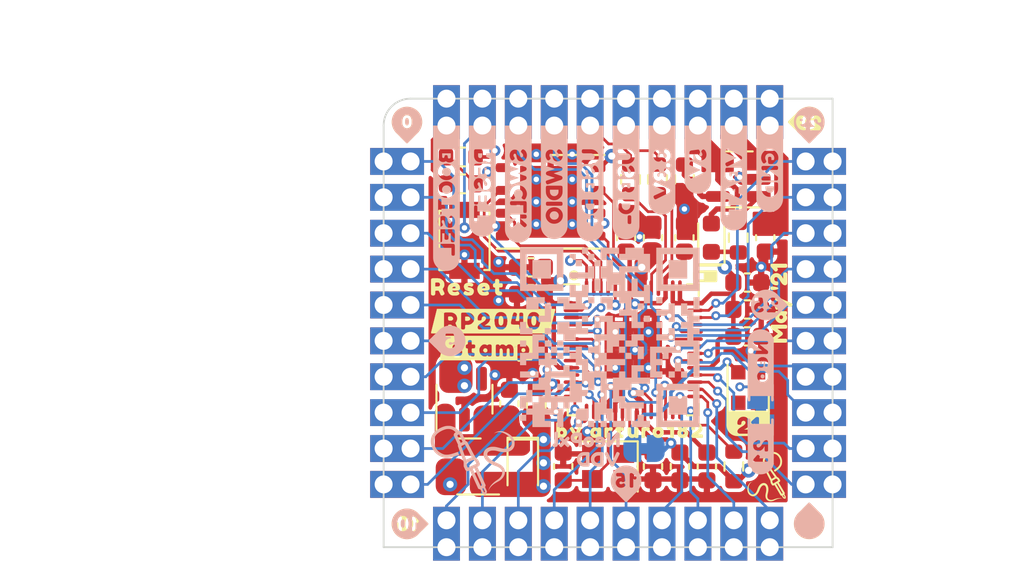
<source format=kicad_pcb>
(kicad_pcb (version 20210623) (generator pcbnew)
  (layers (0 "F.Cu" signal) (1 "In1.Cu" power "GND.Cu") (2 "In2.Cu" signal "PWR.Cu") (31 "B.Cu" signal) (34 "B.Paste" user) (35 "F.Paste" user) (36 "B.SilkS" user "B.Silkscreen") (37 "F.SilkS" user "F.Silkscreen") (38 "B.Mask" user) (39 "F.Mask" user) (44 "Edge.Cuts" user))
  (net 0 "")
  (net 1 "GND")
  (net 2 "+3V3")
  (net 3 "+5V")
  (net 4 "Net-(C11-Pad1)")
  (net 5 "Net-(C14-Pad1)")
  (net 6 "Net-(C15-Pad1)")
  (net 7 "/~{QSPI_CS}")
  (net 8 "/USBBOOT")
  (net 9 "/~{RESET}")
  (net 10 "/USB_D-")
  (net 11 "/D-")
  (net 12 "/USB_D+")
  (net 13 "/D+")
  (net 14 "/QSPI_SD1")
  (net 15 "/QSPI_SD2")
  (net 16 "/QSPI_SD0")
  (net 17 "/QSPI_SCLK")
  (net 18 "/QSPI_SD3")
  (net 19 "/GPIO29")
  (net 20 "/GPIO28")
  (net 21 "/GPIO27")
  (net 22 "/GPIO26")
  (net 23 "/GPIO25")
  (net 24 "/GPIO24")
  (net 25 "/GPIO23")
  (net 26 "/GPIO22")
  (net 27 "/GPIO21")
  (net 28 "/GPIO20")
  (net 29 "/GPIO19")
  (net 30 "/GPIO18")
  (net 31 "/GPIO17")
  (net 32 "/GPIO16")
  (net 33 "/SWDIO")
  (net 34 "/SWCLK")
  (net 35 "/GPIO15")
  (net 36 "/GPIO14")
  (net 37 "/GPIO13")
  (net 38 "/GPIO12")
  (net 39 "/GPIO11")
  (net 40 "/GPIO10")
  (net 41 "/GPIO9")
  (net 42 "/GPIO8")
  (net 43 "/GPIO7")
  (net 44 "/GPIO6")
  (net 45 "/GPIO5")
  (net 46 "/GPIO4")
  (net 47 "/GPIO3")
  (net 48 "/GPIO2")
  (net 49 "/GPIO1")
  (net 50 "/GPIO0")
  (net 52 "VBAT")
  (net 53 "Net-(D3-Pad3)")
  (net 55 "Net-(D3-Pad4)")
  (net 56 "Net-(D2-Pad1)")
  (net 57 "Net-(R7-Pad2)")
  (net 58 "Net-(R8-Pad2)")
  (net 59 "/VIN")
  (footprint "RP2040_stamp:Castellated_1x10_P2.00mm_Vertical" (layer "F.Cu") (at 142.5 94.5 90)
    (fp_text reference "J2" hide)
    (fp_text value "Conn_North" hide)
  )
  (footprint "Resistor_SMD:R_0603_1608Metric" (layer "F.Cu") (at 158.5 113.5 90)
    (fp_text reference "R2" hide)
    (fp_text value "10K")
  )
  (footprint "Resistor_SMD:R_0603_1608Metric" (layer "F.Cu") (at 158.75 100.75 90)
    (fp_text reference "R8" hide)
    (fp_text value "1K")
  )
  (footprint "Package_TO_SOT_SMD:SOT-23-5" (layer "F.Cu") (at 143.5 109.75 90)
    (fp_text reference "U2" hide)
    (fp_text value "AP2112K-3.3" hide)
  )
  (footprint "Symbols_Extra:SolderParty-New-Logo_3x2.5mm_SilkScreen" (layer "F.Cu") (at 160.65 114.15 55)
    (fp_text reference "G***" hide)
    (fp_text value "LOGO" hide)
  )
  (footprint "buzzardLabel" (layer "F.Cu") (at 144.85 106.9)
    (fp_text reference "" hide)
    (fp_text value "")
  )
  (footprint "Package_DFN_QFN_Extra:QFN-56_EP_7x7_Pitch0.4mm" (layer "F.Cu") (at 152.9 107)
    (fp_text reference "U1" hide)
    (fp_text value "RP2040")
  )
  (footprint "RP2040_stamp:Castellated_1x10_P2.00mm_Vertical" (layer "F.Cu") (at 142.5 118 90)
    (fp_text reference "J1" hide)
    (fp_text value "Conn_South" hide)
  )
  (footprint "svg2mod" (layer "F.Cu") (at 161.15 104.4 90)
    (fp_text reference "svg2mod" hide)
    (fp_text value "G***" hide)
  )
  (footprint "buzzardLabel" (layer "F.Cu") (at 143.7 103.5)
    (fp_text reference "")
    (fp_text value "")
  )
  (footprint "svg2mod" (layer "F.Cu") (at 159.3 111.2)
    (fp_text reference "svg2mod" hide)
    (fp_text value "G***" hide)
  )
  (footprint "buzzardLabel" (layer "F.Cu") (at 140.3 116.7)
    (fp_text reference "")
    (fp_text value "")
  )
  (footprint "buzzardLabel" (layer "F.Cu") (at 152.75 111.5)
    (fp_text reference "")
    (fp_text value "")
  )
  (footprint "LED_SMD_Extra:WS2812B-2020" (layer "F.Cu") (at 159.3 109.1 90)
    (fp_text reference "D3" hide)
    (fp_text value "WS2812B-2020" hide)
  )
  (footprint "Capacitor_SMD:C_0603_1608Metric" (layer "F.Cu") (at 154 113.5 -90)
    (fp_text reference "C15" hide)
    (fp_text value "12pF")
  )
  (footprint "RP2040_stamp:Castellated_1x10_P2.00mm_Vertical" (layer "F.Cu") (at 139 96.5)
    (fp_text reference "J4" hide)
    (fp_text value "Conn_West" hide)
  )
  (footprint "Package_TO_SOT_SMD:SOT-23-5" (layer "F.Cu") (at 158.75 97.5 180)
    (fp_text reference "U4" hide)
    (fp_text value "MCP73831" hide)
  )
  (footprint "buzzardLabel" (layer "F.Cu") (at 140.35 94.3)
    (fp_text reference "")
    (fp_text value "")
  )
  (footprint "Resistor_SMD:R_0603_1608Metric" (layer "F.Cu") (at 143.3 97.75)
    (fp_text reference "R1" hide)
    (fp_text value "1K")
  )
  (footprint "Capacitor_SMD:C_0603_1608Metric" (layer "F.Cu") (at 147.2 103.9)
    (fp_text reference "C7" hide)
    (fp_text value "10uF")
  )
  (footprint "Capacitor_SMD:C_0603_1608Metric" (layer "F.Cu") (at 155.75 100.75 90)
    (fp_text reference "C13" hide)
    (fp_text value "1uF")
  )
  (footprint "Capacitor_SMD:C_0603_1608Metric" (layer "F.Cu") (at 152.5 100.75 90)
    (fp_text reference "C12" hide)
    (fp_text value "0.1uF")
  )
  (footprint "Capacitor_SMD:C_0603_1608Metric" (layer "F.Cu") (at 159.25 104.75)
    (fp_text reference "C5" hide)
    (fp_text value "0.1uF")
  )
  (footprint "LED_SMD:LED_0603_1608Metric" (layer "F.Cu") (at 157.25 100.75 90)
    (fp_text reference "D2" hide)
    (fp_text value "LED_CHR" hide)
  )
  (footprint "Resistor_SMD:R_0603_1608Metric" (layer "F.Cu") (at 155.75 97.5 90)
    (fp_text reference "R7" hide)
    (fp_text value "2K")
  )
  (footprint "Capacitor_SMD:C_0603_1608Metric" (layer "F.Cu") (at 157 113.5 -90)
    (fp_text reference "C11" hide)
    (fp_text value "0.1uF")
  )
  (footprint "Package_SON:WSON-8-1EP_6x5mm_P1.27mm_EP3.4x4mm" (layer "F.Cu") (at 148.3 98.75)
    (fp_text reference "U3" hide)
    (fp_text value "W25Q64JV" hide)
  )
  (footprint "Capacitor_SMD:C_0603_1608Metric" (layer "F.Cu") (at 159.25 106.25)
    (fp_text reference "C4" hide)
    (fp_text value "0.1uF")
  )
  (footprint "Resistor_SMD:R_0603_1608Metric" (layer "F.Cu") (at 147.5 110 -90)
    (fp_text reference "R6" hide)
    (fp_text value "100K")
  )
  (footprint "Button_Switch_SMD:SW_SPST_B3U-1000P" (layer "F.Cu") (at 143.5 100.9 90)
    (fp_text reference "SW1" hide)
    (fp_text value "SW_RESET" hide)
  )
  (footprint "Capacitor_SMD:C_0603_1608Metric" (layer "F.Cu") (at 146 110 90)
    (fp_text reference "C6" hide)
    (fp_text value "10uF")
  )
  (footprint "Capacitor_SMD:C_0603_1608Metric" (layer "F.Cu") (at 159.25 103.25)
    (fp_text reference "C10" hide)
    (fp_text value "1uF")
  )
  (footprint "Capacitor_SMD:C_0603_1608Metric" (layer "F.Cu") (at 160.25 100.75 90)
    (fp_text reference "C16" hide)
    (fp_text value "10uF")
  )
  (footprint "Resistor_SMD:R_0603_1608Metric" (layer "F.Cu") (at 154.25 97.5 90)
    (fp_text reference "R3" hide)
    (fp_text value "27R")
  )
  (footprint "Capacitor_SMD:C_0603_1608Metric" (layer "F.Cu") (at 149 113.5 90)
    (fp_text reference "C14" hide)
    (fp_text value "12pF")
  )
  (footprint "RP2040_stamp:Castellated_1x10_P2.00mm_Vertical" (layer "F.Cu") (at 162.5 96.5)
    (fp_text reference "J3" hide)
    (fp_text value "Conn_East" hide)
  )
  (footprint "Resistor_SMD:R_0603_1608Metric" (layer "F.Cu") (at 152.75 97.5 90)
    (fp_text reference "R4" hide)
    (fp_text value "27R")
  )
  (footprint "Capacitor_SMD:C_0603_1608Metric" (layer "F.Cu") (at 154 100.75 90)
    (fp_text reference "C8" hide)
    (fp_text value "0.1uF")
  )
  (footprint "buzzardLabel" (layer "F.Cu") (at 162.7 94.3)
    (fp_text reference "")
    (fp_text value "")
  )
  (footprint "Package_TO_SOT_SMD:SOT-23" (layer "F.Cu") (at 143.75 113.5 180)
    (fp_text reference "Q1" hide)
    (fp_text value "BSS84")
  )
  (footprint "Diode_SMD:D_SOD-323" (layer "F.Cu") (at 146.75 113.5 -90)
    (fp_text reference "D1" hide)
    (fp_text value "D_Schottky_Small" hide)
  )
  (footprint "Resistor_SMD:R_0603_1608Metric" (layer "F.Cu") (at 143.3 96.25)
    (fp_text reference "R5" hide)
    (fp_text value "10K")
  )
  (footprint "Capacitor_SMD:C_0603_1608Metric" (layer "F.Cu") (at 147.2 102.4 180)
    (fp_text reference "C1" hide)
    (fp_text value "0.1uF")
  )
  (footprint "Crystal:Crystal_SMD_2520-4Pin_2.5x2.0mm" (layer "F.Cu") (at 151.5 113.5 180)
    (fp_text reference "Y1" hide)
    (fp_text value "XYDBPCNANF-12MHZ" hide)
  )
  (footprint "Capacitor_SMD:C_0603_1608Metric" (layer "F.Cu") (at 155.5 113.5 -90)
    (fp_text reference "C3" hide)
    (fp_text value "0.1uF")
  )
  (footprint "buzzardLabel" (layer "F.Cu") (at 162.8 116.7)
    (fp_text reference "")
    (fp_text value "")
  )
  (footprint "buzzardLabel" (layer "F.Cu") (at 145.1 105.4)
    (fp_text reference "" hide)
    (fp_text value "")
  )
  (footprint "svg2mod" (layer "B.Cu") (at 159.9 104.5 180)
    (fp_text reference "svg2mod" hide)
    (fp_text value "G***" hide)
  )
  (footprint "svg2mod" (layer "B.Cu") (at 152.9 114.275 180)
    (fp_text reference "svg2mod" hide)
    (fp_text value "G***" hide)
  )
  (footprint "svg2mod" (layer "B.Cu") (at 150.5 97.729055 -90)
    (fp_text reference "svg2mod" hide)
    (fp_text value "G***" hide)
  )
  (footprint "svg2mod" (layer "B.Cu") (at 158.5 97.42235 -90)
    (fp_text reference "svg2mod" hide)
    (fp_text value "G***" hide)
  )
  (footprint "svg2mod" (layer "B.Cu") (at 163.05 94.35 180)
    (fp_text reference "svg2mod" hide)
    (fp_text value "G***" hide)
  )
  (footprint "buzzardLabel" (layer "B.Cu") (at 160 112.7 -90)
    (fp_text reference "")
    (fp_text value "")
  )
  (footprint "buzzardLabel" (layer "B.Cu") (at 162.6 116.695 180)
    (fp_text reference "")
    (fp_text value "")
  )
  (footprint "svg2mod" (layer "B.Cu") (at 150.276026 112 180)
    (fp_text reference "svg2mod" hide)
    (fp_text value "G***" hide)
  )
  (footprint "svg2mod" (layer "B.Cu") (at 148.5 97.661745 -90)
    (fp_text reference "svg2mod" hide)
    (fp_text value "G***" hide)
  )
  (footprint "svg2mod" (layer "B.Cu") (at 152.5 97.669365 -90)
    (fp_text reference "svg2mod" hide)
    (fp_text value "G***" hide)
  )
  (footprint "svg2mod" (layer "B.Cu") (at 160.5 96.912128 -90)
    (fp_text reference "svg2mod" hide)
    (fp_text value "G***" hide)
  )
  (footprint "LOGO" (layer "B.Cu") (at 151.6 106.3 180)
    (fp_text reference "G***" hide)
    (fp_text value "LOGO" hide)
  )
  (footprint "Jumper:SolderJumper-2_P1.3mm_Bridged_RoundedPad1.0x1.5mm" (layer "B.Cu") (at 153.5 112.5)
    (fp_text reference "JP1" hide)
    (fp_text value "Jumper_Neopixel_VDD")
  )
  (footprint "svg2mod" (layer "B.Cu") (at 156.5 96.4 -90)
    (fp_text reference "svg2mod" hide)
    (fp_text value "G***" hide)
  )
  (footprint "svg2mod" (layer "B.Cu") (at 142.5 98.552015 -90)
    (fp_text reference "svg2mod" hide)
    (fp_text value "G***" hide)
  )
  (footprint "buzzardLabel" (layer "B.Cu") (at 140.250001 94.3 180)
    (fp_text reference "")
    (fp_text value "")
  )
  (footprint "svg2mod" (layer "B.Cu") (at 142.7 106.5 180)
    (fp_text reference "svg2mod" hide)
    (fp_text value "G***" hide)
  )
  (footprint "svg2mod" (layer "B.Cu") (at 152.2 114.275 180)
    (fp_text reference "svg2mod" hide)
    (fp_text value "G***" hide)
  )
  (footprint "Jumper:SolderJumper-2_P1.3mm_Bridged_RoundedPad1.0x1.5mm" (layer "B.Cu") (at 160 110.449999 90)
    (fp_text reference "JP2" hide)
    (fp_text value "Jumper_Neopixel")
  )
  (footprint "svg2mod" (layer "B.Cu") (at 162.25 94.35 180)
    (fp_text reference "svg2mod" hide)
    (fp_text value "G***" hide)
  )
  (footprint "svg2mod" (layer "B.Cu") (at 154.5 96.981025 -90)
    (fp_text reference "svg2mod" hide)
    (fp_text value "G***" hide)
  )
  (footprint "svg2mod" (layer "B.Cu") (at 146.5 97.762075 -90)
    (fp_text reference "svg2mod" hide)
    (fp_text value "G***" hide)
  )
  (footprint "buzzardLabel" (layer "B.Cu") (at 160 107.7 -90)
    (fp_text reference "")
    (fp_text value "")
  )
  (footprint "Symbols_Extra:SolderParty-New-Logo_5x4.2mm_SilkScreen" (layer "B.Cu") (at 143.8 113 180)
    (fp_text reference "G***" hide)
    (fp_text value "LOGO" hide)
  )
  (footprint "svg2mod" (layer "B.Cu") (at 150.95 113.1 180)
    (fp_text reference "svg2mod" hide)
    (fp_text value "G***" hide)
  )
  (footprint "buzzardLabel" (layer "B.Cu") (at 140.3 116.7 180)
    (fp_text reference "")
    (fp_text value "")
  )
  (footprint "svg2mod" (layer "B.Cu") (at 160.65 104.5 180)
    (fp_text reference "svg2mod" hide)
    (fp_text value "G***" hide)
  )
  (footprint "svg2mod" (layer "B.Cu") (at 144.5 97.59634 -90)
    (fp_text reference "svg2mod" hide)
    (fp_text value "G***" hide)
  )
  (gr_poly (pts (xy 159.350001 109.5) (xy 160.649999 109.5) (xy 160.65 108.95) (xy 159.35 108.95)) (layer "B.SilkS") (width 0.15) (fill solid))
  (gr_line (start 153.1 114.8) (end 152.5 115.4) (layer "B.SilkS") (width 0.15))
  (gr_circle (center 140.300001 94.3) (end 139.650001 94.300001) (layer "B.SilkS") (width 0.4) (fill none))
  (gr_poly (pts (xy 152.85 113.600001) (xy 152.4 113.550001) (xy 151.914045 113.752529) (xy 151.789044 113.952529) (xy 151.75 114.225001) (xy 151.850001 114.675001) (xy 152.025 114.875001) (xy 151.85 114.55) (xy 151.85 113.85) (xy 152.2 113.75) (xy 152.7 113.75) (xy 153.05 113.8)) (layer "B.SilkS") (width 0.1) (fill solid))
  (gr_poly (pts (xy 160.649999 103.85) (xy 160.3 103.75) (xy 159.950001 103.85) (xy 159.75 104) (xy 160.85 104)) (layer "B.SilkS") (width 0.15) (fill solid))
  (gr_line (start 162.7 95.404999) (end 162.1 94.804999) (layer "B.SilkS") (width 0.15))
  (gr_circle (center 162.7 116.695) (end 161.900001 116.695) (layer "B.SilkS") (width 0.11) (fill none))
  (gr_poly (pts (xy 160.3 113.7) (xy 160 113.8) (xy 159.6 113.65) (xy 159.4 113.4) (xy 160.55 113.4)) (layer "B.SilkS") (width 0.15) (fill solid))
  (gr_line (start 159.350001 109.8) (end 159.35 106.446826) (layer "B.SilkS") (width 0.15))
  (gr_line (start 142.200001 107.1) (end 141.600001 106.5) (layer "B.SilkS") (width 0.15))
  (gr_line (start 140.300001 95.400001) (end 139.7 94.8) (layer "B.SilkS") (width 0.15))
  (gr_line (start 141.399999 116.7) (end 140.799999 117.3) (layer "B.SilkS") (width 0.15))
  (gr_line (start 160.649999 109.8) (end 160.65 106.446826) (layer "B.SilkS") (width 0.15))
  (gr_line (start 162.7 115.595001) (end 163.3 116.195001) (layer "B.SilkS") (width 0.15))
  (gr_circle (center 162.7 94.305) (end 163.499999 94.305) (layer "B.SilkS") (width 0.11) (fill none))
  (gr_arc (start 160 113.196826) (end 159.35 113.35) (angle -153.4800709) (layer "B.SilkS") (width 0.15))
  (gr_poly (pts (xy 141.025 116.95) (xy 141.075 116.7) (xy 141.024999 116.4)) (layer "B.SilkS") (width 0.1) (fill solid))
  (gr_poly (pts (xy 163.1 94.905) (xy 162.3 94.905) (xy 162.4 95.104999) (xy 163 95.104999)) (layer "B.SilkS") (width 0.15) (fill solid))
  (gr_line (start 160.65 110.9) (end 160.65 113.35) (layer "B.SilkS") (width 0.15))
  (gr_rect (start 160.65 111.2) (end 159.35 111.75) (layer "B.SilkS") (width 0.15) (fill solid))
  (gr_circle (center 152.5 114.300001) (end 152.5 115.1) (layer "B.SilkS") (width 0.11) (fill none))
  (gr_poly (pts (xy 162.35 117.345) (xy 162.7 117.445) (xy 163.05 117.345) (xy 163.25 117.195) (xy 162.15 117.195)) (layer "B.SilkS") (width 0.15) (fill solid))
  (gr_poly (pts (xy 163.05 93.655) (xy 162.7 93.555) (xy 162.35 93.655) (xy 162.15 93.805) (xy 163.25 93.805)) (layer "B.SilkS") (width 0.15) (fill solid))
  (gr_poly (pts (xy 159.7 106.096826) (xy 160 105.996825) (xy 160.4 106.146826) (xy 160.6 106.396826) (xy 159.45 106.396826)) (layer "B.SilkS") (width 0.15) (fill solid))
  (gr_line (start 162.1 116.195001) (end 162.7 115.595001) (layer "B.SilkS") (width 0.15))
  (gr_poly (pts (xy 139.6 116.35) (xy 139.55 116.8) (xy 139.775 117.25) (xy 139.975 117.375) (xy 140.225 117.45) (xy 140.675 117.349999) (xy 140.875 117.175) (xy 139.9 117.275) (xy 139.7 117) (xy 139.650001 116.55) (xy 139.775 116.225)) (layer "B.SilkS") (width 0.15) (fill solid))
  (gr_poly (pts (xy 141.600001 106.5) (xy 141.900001 106.8) (xy 141.900001 106.2)) (layer "B.SilkS") (width 0.15) (fill solid))
  (gr_poly (pts (xy 152.5 115.4) (xy 152.8 115.1) (xy 152.2 115.1)) (layer "B.SilkS") (width 0.15) (fill solid))
  (gr_line (start 140.799999 116.1) (end 141.399999 116.7) (layer "B.SilkS") (width 0.15))
  (gr_line (start 163.25 94.85) (end 162.7 95.404999) (layer "B.SilkS") (width 0.15))
  (gr_poly (pts (xy 162.7 95.404999) (xy 163 95.104999) (xy 162.4 95.104999)) (layer "B.SilkS") (width 0.15) (fill solid))
  (gr_line (start 152.5 115.4) (end 151.9 114.8) (layer "B.SilkS") (width 0.15))
  (gr_poly (pts (xy 162.3 116.095) (xy 163.1 116.095) (xy 163 115.895001) (xy 162.4 115.895001)) (layer "B.SilkS") (width 0.15) (fill solid))
  (gr_circle (center 142.7 106.5) (end 141.900001 106.5) (layer "B.SilkS") (width 0.11) (fill none))
  (gr_poly (pts (xy 159.950002 105.15) (xy 160.300001 105.25) (xy 160.65 105.15) (xy 160.850001 105) (xy 159.750001 105)) (layer "B.SilkS") (width 0.15) (fill solid))
  (gr_poly (pts (xy 143.15 107.1) (xy 142.25 107.1) (xy 142.7 107.25)) (layer "B.SilkS") (width 0.15) (fill solid))
  (gr_line (start 160.845001 103.95) (end 161.4 104.5) (layer "B.SilkS") (width 0.15))
  (gr_poly (pts (xy 162.7 115.595001) (xy 162.4 115.895001) (xy 163 115.895001)) (layer "B.SilkS") (width 0.15) (fill solid))
  (gr_circle (center 160.300001 104.5) (end 160.300001 103.700001) (layer "B.SilkS") (width 0.11) (fill none))
  (gr_line (start 161.4 104.5) (end 160.8 105.1) (layer "B.SilkS") (width 0.15))
  (gr_poly (pts (xy 153.15 113.850001) (xy 153.15 114.750001) (xy 153.25 114.300001)) (layer "B.SilkS") (width 0.1) (fill solid))
  (gr_poly (pts (xy 140.300001 95.400001) (xy 140.600002 95.1) (xy 140 95.1)) (layer "B.SilkS") (width 0.15) (fill solid))
  (gr_arc (start 160 106.6) (end 160.65 106.446826) (angle -153.4800709) (layer "B.SilkS") (width 0.15))
  (gr_poly (pts (xy 141.399999 116.7) (xy 141.099999 116.4) (xy 141.099999 117)) (layer "B.SilkS") (width 0.15) (fill solid))
  (gr_line (start 152.55 113.725) (end 152.55 114.775) (layer "B.SilkS") (width 0.15))
  (gr_poly (pts (xy 139.85 116.1) (xy 140.75 116.1) (xy 140.3 115.95)) (layer "B.SilkS") (width 0.15) (fill solid))
  (gr_poly (pts (xy 141.975001 106.25) (xy 141.925 106.5) (xy 141.975001 106.8)) (layer "B.SilkS") (width 0.1) (fill solid))
  (gr_line (start 140.900002 94.8) (end 140.300001 95.400001) (layer "B.SilkS") (width 0.15))
  (gr_line (start 141.600001 106.5) (end 142.200001 105.9) (layer "B.SilkS") (width 0.15))
  (gr_poly (pts (xy 152.025 114.8) (xy 152.5 115.2) (xy 153 114.8)) (layer "B.SilkS") (width 0.1) (fill solid))
  (gr_circle (center 140.3 116.7) (end 141.099999 116.7) (layer "B.SilkS") (width 0.11) (fill none))
  (gr_line (start 159.35 110.9) (end 159.35 113.35) (layer "B.SilkS") (width 0.15))
  (gr_poly (pts (xy 161.4 104.5) (xy 161.05 104.2) (xy 161.05 104.8)) (layer "B.SilkS") (width 0.15) (fill solid))
  (gr_poly (pts (xy 143.35 106.85) (xy 143.45 106.4) (xy 143.225 105.95) (xy 143.025 105.825) (xy 142.775 105.750001) (xy 142.325 105.850001) (xy 142.15 106) (xy 143.05 106) (xy 143.05 106.25) (xy 143.050961 106.999982) (xy 142.400961 107.012481) (xy 142.3 106.85) (xy 142.35 106.05) (xy 142.05 106.15) (xy 141.975001 106.8) (xy 142.3 107.1) (xy 143.05 107.1)) (layer "B.SilkS") (width 0.15) (fill solid))
  (gr_line (start 140.799999 117.3) (end 141.399999 116.7) (layer "F.SilkS") (width 0.15))
  (gr_circle (center 140.3 94.3) (end 140.95 94.3) (layer "F.SilkS") (width 0.4) (fill none))
  (gr_circle (center 162.7 116.7) (end 163.5 116.7) (layer "F.SilkS") (width 0.11) (fill none))
  (gr_line (start 156.515 102.3) (end 156.515 100.83) (layer "F.SilkS") (width 0.12))
  (gr_line (start 156.515 102.3) (end 157.985 102.3) (layer "F.SilkS") (width 0.12))
  (gr_poly (pts (xy 141 116.35) (xy 141.1 116.8) (xy 140.825 117.25) (xy 140.625 117.375) (xy 140.375 117.45) (xy 139.925 117.35) (xy 139.725 117.175) (xy 140.7 117.275) (xy 140.9 117) (xy 140.95 116.55) (xy 140.825 116.225)) (layer "F.SilkS") (width 0.15) (fill solid))
  (gr_line (start 147.6 111.9) (end 147.6 112.1) (layer "F.SilkS") (width 0.12))
  (gr_line (start 163.3 116.200001) (end 162.7 115.600001) (layer "F.SilkS") (width 0.15))
  (gr_line (start 140.3 95.4) (end 140.9 94.8) (layer "F.SilkS") (width 0.15))
  (gr_circle (center 162.7 94.3) (end 163.35 94.3) (layer "F.SilkS") (width 0.4) (fill none))
  (gr_line (start 162.7 115.600001) (end 162.1 116.200001) (layer "F.SilkS") (width 0.15))
  (gr_circle (center 149.6 102.85) (end 149.8 102.9) (layer "F.SilkS") (width 0.15) (fill solid))
  (gr_circle (center 162.7 94.3) (end 162.7 93.500001) (layer "F.SilkS") (width 0.11) (fill none))
  (gr_poly (pts (xy 163.05 117.35) (xy 162.7 117.45) (xy 162.35 117.35) (xy 162.15 117.2) (xy 163.25 117.2)) (layer "F.SilkS") (width 0.15) (fill solid))
  (gr_poly (pts (xy 162.7 115.600001) (xy 163 115.900001) (xy 162.4 115.900001)) (layer "F.SilkS") (width 0.15) (fill solid))
  (gr_circle (center 140.3 116.7) (end 141.1 116.7) (layer "F.SilkS") (width 0.11) (fill none))
  (gr_poly (pts (xy 140.3 95.4) (xy 140 95.1) (xy 140.6 95.1)) (layer "F.SilkS") (width 0.15) (fill solid))
  (gr_poly (pts (xy 160.45 111.25) (xy 160 110.65) (xy 158.7 110.65) (xy 158.15 111.2) (xy 158.15 110.45) (xy 160.45 110.45)) (layer "F.SilkS") (width 0.12) (fill solid))
  (gr_line (start 162.200001 93.7) (end 161.600001 94.3) (layer "F.SilkS") (width 0.15))
  (gr_poly (pts (xy 140.75 116.1) (xy 139.85 116.1) (xy 140.3 115.95)) (layer "F.SilkS") (width 0.15) (fill solid))
  (gr_line (start 141.399999 116.7) (end 140.799999 116.1) (layer "F.SilkS") (width 0.15))
  (gr_poly (pts (xy 163.1 116.1) (xy 162.3 116.1) (xy 162.4 115.900001) (xy 163 115.900001)) (layer "F.SilkS") (width 0.15) (fill solid))
  (gr_line (start 139.7 94.8) (end 140.3 95.4) (layer "F.SilkS") (width 0.15))
  (gr_rect (start 156.5 102.75) (end 156.3 103.05) (layer "F.SilkS") (width 0.15) (fill none))
  (gr_line (start 157.985 102.3) (end 157.985 100.83) (layer "F.SilkS") (width 0.12))
  (gr_line (start 161.600001 94.3) (end 162.200001 94.9) (layer "F.SilkS") (width 0.15))
  (gr_poly (pts (xy 161.600001 94.3) (xy 161.900001 94) (xy 161.900001 94.6)) (layer "F.SilkS") (width 0.15) (fill solid))
  (gr_poly (pts (xy 139.575 116.95) (xy 139.525 116.7) (xy 139.575 116.4)) (layer "F.SilkS") (width 0.1) (fill solid))
  (gr_line (start 145.9 111.9) (end 145.9 112.1) (layer "F.SilkS") (width 0.12))
  (gr_rect (start 157.5 102.65) (end 156.5 103.15) (layer "F.SilkS") (width 0.15) (fill none))
  (gr_line (start 145.9 111.9) (end 147.6 111.9) (layer "F.SilkS") (width 0.12))
  (gr_poly (pts (xy 141.399999 116.7) (xy 141.099999 117) (xy 141.099999 116.4)) (layer "F.SilkS") (width 0.15) (fill solid))
  (gr_rect (start 157.5 102.65) (end 156.9 103.15) (layer "F.SilkS") (width 0.15) (fill solid))
  (gr_arc (start 140.5 94.5) (end 140.5 93) (angle -90) (layer "Edge.Cuts") (width 0.1))
  (gr_line (start 139 118) (end 139 94.5) (layer "Edge.Cuts") (width 0.1))
  (gr_line (start 164 118) (end 139 118) (layer "Edge.Cuts") (width 0.1))
  (gr_line (start 164 93) (end 164 118) (layer "Edge.Cuts") (width 0.1))
  (gr_line (start 140.5 93) (end 164 93) (layer "Edge.Cuts") (width 0.1))
  (segment (start 160.025 103.25) (end 160.025 102.375) (width 0.3) (layer "F.Cu") (net 1))
  (segment (start 150.625 112.8) (end 149.075 112.8) (width 0.3) (layer "F.Cu") (net 1))
  (segment (start 153.275 100.7) (end 154 99.975) (width 0.25) (layer "F.Cu") (net 1))
  (segment (start 151.9 110.4375) (end 151.9 109.945004) (width 0.25) (layer "F.Cu") (net 1))
  (segment (start 155.75 98.325) (end 155.75 99.15) (width 0.3) (layer "F.Cu") (net 1))
  (segment (start 159.8875 97.5) (end 158.94853 97.5) (width 0.6) (layer "F.Cu") (net 1))
  (segment (start 160.025 102.375) (end 160.025 101.75) (width 0.3) (layer "F.Cu") (net 1))
  (segment (start 155.75 99.15) (end 155.75 99.975) (width 0.3) (layer "F.Cu") (net 1))
  (segment (start 148.3 98.75) (end 147.5 97.95) (width 0.15) (layer "F.Cu") (net 1))
  (segment (start 160.025 101.75) (end 160.25 101.525) (width 0.3) (layer "F.Cu") (net 1))
  (segment (start 154 99.975) (end 152.5 99.975) (width 0.3) (layer "F.Cu") (net 1))
  (segment (start 152.25 109.595004) (end 152.25 109.35) (width 0.25) (layer "F.Cu") (net 1))
  (segment (start 158.94853 97.5) (end 158.824265 97.375735) (width 0.6) (layer "F.Cu") (net 1))
  (segment (start 151.9 109.945004) (end 152.25 109.595004) (width 0.25) (layer "F.Cu") (net 1))
  (segment (start 160.025 106.25) (end 160.025 103.25) (width 0.3) (layer "F.Cu") (net 1))
  (segment (start 152.375 114.2) (end 156.925 114.2) (width 0.3) (layer "F.Cu") (net 1))
  (segment (start 147.5 97.95) (end 147.5 97.5) (width 0.15) (layer "F.Cu") (net 1))
  (segment (start 149.075 112.8) (end 149 112.725) (width 0.3) (layer "F.Cu") (net 1))
  (segment (start 145.6375 100.655) (end 145.6375 100.5375) (width 0.2) (layer "F.Cu") (net 1))
  (segment (start 153.25 100.7) (end 153.275 100.7) (width 0.25) (layer "F.Cu") (net 1))
  (segment (start 156.925 114.2) (end 157 114.275) (width 0.3) (layer "F.Cu") (net 1))
  (segment (start 145.6375 100.5375) (end 145.2 100.1) (width 0.2) (layer "F.Cu") (net 1))
  (via (at 155.75 99.15) (size 0.6) (drill 0.3) (layers "F.Cu" "B.Cu") (net 1))
  (via (at 148.4 108.9) (size 0.6) (drill 0.3) (layers "F.Cu" "B.Cu") (net 1))
  (via (at 147.5 96.1) (size 0.6) (drill 0.3) (layers "F.Cu" "B.Cu") (net 1))
  (via (at 153.25 100.7) (size 0.6) (drill 0.3) (layers "F.Cu" "B.Cu") (net 1))
  (via (at 153 107) (size 0.6) (drill 0.3) (layers "F.Cu" "B.Cu") (net 1))
  (via (at 159.45 107.05) (size 0.6) (drill 0.3) (layers "F.Cu" "B.Cu") (net 1))
  (via (at 145.2 100.1) (size 0.6) (drill 0.3) (layers "F.Cu" "B.Cu") (net 1))
  (via (at 149.5 96.1) (size 0.6) (drill 0.3) (layers "F.Cu" "B.Cu") (net 1))
  (via (at 147.5 97.5) (size 0.6) (drill 0.3) (layers "F.Cu" "B.Cu") (net 1))
  (via (at 149.5 98.75) (size 0.6) (drill 0.3) (layers "F.Cu" "B.Cu") (net 1))
  (via (at 147.5 100) (size 0.6) (drill 0.3) (layers "F.Cu" "B.Cu") (net 1))
  (via (at 147.5 98.75) (size 0.6) (drill 0.3) (layers "F.Cu" "B.Cu") (net 1))
  (via (at 145.2 108.4) (size 0.6) (drill 0.3) (layers "F.Cu" "B.Cu") (net 1))
  (via (at 143.5 101.7) (size 0.6) (drill 0.3) (layers "F.Cu" "B.Cu") (net 1))
  (via (at 145.4 102.1) (size 0.6) (drill 0.3) (layers "F.Cu" "B.Cu") (net 1))
  (via (at 149.5 100) (size 0.6) (drill 0.3) (layers "F.Cu" "B.Cu") (net 1))
  (via (at 150.35 111.55) (size 0.6) (drill 0.3) (layers "F.Cu" "B.Cu") (net 1))
  (via (at 158.824265 97.375735) (size 0.6) (drill 0.3) (layers "F.Cu" "B.Cu") (net 1))
  (via (at 153.75 108) (size 0.6) (drill 0.3) (layers "F.Cu" "B.Cu") (net 1))
  (via (at 151.9 108) (size 0.6) (drill 0.3) (layers "F.Cu" "B.Cu") (net 1))
  (via (at 151.9 106) (size 0.6) (drill 0.3) (layers "F.Cu" "B.Cu") (net 1))
  (via (at 145.4 104.25) (size 0.6) (drill 0.3) (layers "F.Cu" "B.Cu") (net 1))
  (via (at 149.5 97.5) (size 0.6) (drill 0.3) (layers "F.Cu" "B.Cu") (net 1))
  (via (at 160.025 102.375) (size 0.6) (drill 0.3) (layers "F.Cu" "B.Cu") (net 1))
  (via (at 147.3 108.3) (size 0.6) (drill 0.3) (layers "F.Cu" "B.Cu") (net 1))
  (via (at 153.75 106) (size 0.6) (drill 0.3) (layers "F.Cu" "B.Cu") (net 1))
  (segment (start 158.475 103.875) (end 158.475 106.25) (width 0.25) (layer "F.Cu") (net 2))
  (segment (start 157.2 108) (end 157.6 107.6) (width 0.25) (layer "F.Cu") (net 2))
  (segment (start 157.675 113.5) (end 158.5 114.325) (width 0.3) (layer "F.Cu") (net 2))
  (segment (start 158.475 103.25) (end 158.475 103.875) (width 0.25) (layer "F.Cu") (net 2))
  (segment (start 156.722983 104.4) (end 157.247994 103.874989) (width 0.25) (layer "F.Cu") (net 2))
  (segment (start 156.3375 104.4) (end 156.722983 104.4) (width 0.25) (layer "F.Cu") (net 2))
  (segment (start 158 102.392034) (end 158.475 102.867034) (width 0.25) (layer "F.Cu") (net 2))
  (segment (start 153.375 102.15) (end 153.375 102.4) (width 0.2) (layer "F.Cu") (net 2))
  (segment (start 147.975 103.15) (end 147.975 102.4) (width 0.4) (layer "F.Cu") (net 2))
  (segment (start 154.775 112) (end 155.5 112.725) (width 0.25) (layer "F.Cu") (net 2))
  (segment (start 155 112.225) (end 155.5 112.725) (width 0.25) (layer "F.Cu") (net 2))
  (segment (start 149.4625 104.4) (end 148.475 104.4) (width 0.25) (layer "F.Cu") (net 2))
  (segment (start 144.85 96.25) (end 145.2 95.9) (width 0.2) (layer "F.Cu") (net 2))
  (segment (start 158.715046 114.325) (end 158.5 114.325) (width 0.3) (layer "F.Cu") (net 2))
  (segment (start 156.3375 104.4) (end 155.7 104.4) (width 0.25) (layer "F.Cu") (net 2))
  (segment (start 148.475 107.7) (end 148.475 104.4) (width 0.25) (layer "F.Cu") (net 2))
  (segment (start 159.320023 113.720023) (end 158.715046 114.325) (width 0.3) (layer "F.Cu") (net 2))
  (segment (start 148.775 108) (end 148.475 107.7) (width 0.25) (layer "F.Cu") (net 2))
  (segment (start 155.5 112.725) (end 156.275 113.5) (width 0.3) (layer "F.Cu") (net 2))
  (segment (start 150.9625 96.845) (end 151.055 96.845) (width 0.25) (layer "F.Cu") (net 2))
  (segment (start 156.3375 108) (end 157.2 108) (width 0.25) (layer "F.Cu") (net 2))
  (segment (start 153.1 110.4375) (end 153.1 111.15) (width 0.25) (layer "F.Cu") (net 2))
  (segment (start 154 101.525) (end 153.375 102.15) (width 0.2) (layer "F.Cu") (net 2))
  (segment (start 155.5 104.2) (end 155.5 103.5625) (width 0.25) (layer "F.Cu") (net 2))
  (segment (start 156.275 113.5) (end 157.675 113.5) (width 0.3) (layer "F.Cu") (net 2))
  (segment (start 158.475 102.867034) (end 158.475 103.25) (width 0.25) (layer "F.Cu") (net 2))
  (segment (start 144.125 96.25) (end 144.85 96.25) (width 0.2) (layer "F.Cu") (net 2))
  (segment (start 153.95 112) (end 154.775 112) (width 0.25) (layer "F.Cu") (net 2))
  (segment (start 155.7 104.4) (end 155.5 104.2) (width 0.25) (layer "F.Cu") (net 2))
  (segment (start 149.4625 108) (end 148.775 108) (width 0.25) (layer "F.Cu") (net 2))
  (segment (start 157.6 107.6) (end 157.6 106.5) (width 0.25) (layer "F.Cu") (net 2))
  (segment (start 153.1 111.15) (end 153.95 112) (width 0.25) (layer "F.Cu") (net 2))
  (segment (start 158.474989 103.874989) (end 158.475 103.875) (width 0.25) (layer "F.Cu") (net 2))
  (segment (start 157.85 106.25) (end 158.475 106.25) (width 0.25) (layer "F.Cu") (net 2))
  (segment (start 155.7 104.4) (end 155.2 104.4) (width 0.25) (layer "F.Cu") (net 2))
  (segment (start 155 112.2) (end 155 112.225) (width 0.25) (layer "F.Cu") (net 2))
  (segment (start 148.85 103.15) (end 147.975 103.15) (width 0.4) (layer "F.Cu") (net 2))
  (segment (start 157.6 106.5) (end 157.85 106.25) (width 0.25) (layer "F.Cu") (net 2))
  (segment (start 151.055 96.845) (end 151.7 96.2) (width 0.25) (layer "F.Cu") (net 2))
  (segment (start 157.247994 103.874989) (end 158.474989 103.874989) (width 0.25) (layer "F.Cu") (net 2))
  (segment (start 155.2 104.4) (end 155.1 104.3) (width 0.25) (layer "F.Cu") (net 2))
  (segment (start 155.1 104.3) (end 155.1 103.5625) (width 0.25) (layer "F.Cu") (net 2))
  (segment (start 148.475 104.4) (end 147.975 103.9) (width 0.25) (layer "F.Cu") (net 2))
  (segment (start 147.975 102.4) (end 147.975 103.9) (width 0.4) (layer "F.Cu") (net 2))
  (via (at 159.320023 113.720023) (size 0.8) (drill 0.4) (layers "F.Cu" "B.Cu") (net 2))
  (via (at 145.2 95.9) (size 0.6) (drill 0.3) (layers "F.Cu" "B.Cu") (net 2))
  (via (at 148.85 103.15) (size 0.8) (drill 0.4) (layers "F.Cu" "B.Cu") (net 2))
  (via (at 151.7 96.2) (size 0.8) (drill 0.4) (layers "F.Cu" "B.Cu") (net 2))
  (via (at 143.5 108) (size 0.8) (drill 0.4) (layers "F.Cu" "B.Cu") (net 2))
  (via (at 143.5 109) (size 0.8) (drill 0.4) (layers "F.Cu" "B.Cu") (net 2))
  (via (at 158 102.392034) (size 0.8) (drill 0.4) (layers "F.Cu" "B.Cu") (net 2))
  (via (at 153.375 102.4) (size 0.8) (drill 0.4) (layers "F.Cu" "B.Cu") (net 2))
  (via (at 155 112.2) (size 0.6) (drill 0.3) (layers "F.Cu" "B.Cu") (net 2))
  (segment (start 154.5 112.7) (end 154.15 112.7) (width 0.25) (layer "B.Cu") (net 2))
  (segment (start 155 112.2) (end 154.5 112.7) (width 0.25) (layer "B.Cu") (net 2))
  (segment (start 157.9 97.8) (end 157.6125 97.5125) (width 0.3) (layer "F.Cu") (net 3))
  (segment (start 157.55 99.15) (end 158.35 99.15) (width 0.3) (layer "F.Cu") (net 3))
  (segment (start 157.6125 97.5125) (end 157.6125 96.55) (width 0.3) (layer "F.Cu") (net 3))
  (segment (start 158.7 98.8) (end 158.7 98.1) (width 0.3) (layer "F.Cu") (net 3))
  (segment (start 157.25 99.45) (end 157.55 99.15) (width 0.3) (layer "F.Cu") (net 3))
  (segment (start 157.25 99.9625) (end 157.25 99.45) (width 0.3) (layer "F.Cu") (net 3))
  (segment (start 158.4 97.8) (end 157.9 97.8) (width 0.3) (layer "F.Cu") (net 3))
  (segment (start 158.35 99.15) (end 158.7 98.8) (width 0.3) (layer "F.Cu") (net 3))
  (segment (start 158.7 98.1) (end 158.4 97.8) (width 0.3) (layer "F.Cu") (net 3))
  (via (at 147.9 113.3) (size 0.8) (drill 0.4) (layers "F.Cu" "B.Cu") (net 3))
  (via (at 147.9 114.6) (size 0.8) (drill 0.4) (layers "F.Cu" "B.Cu") (net 3))
  (via (at 147.9 112) (size 0.8) (drill 0.4) (layers "F.Cu" "B.Cu") (net 3))
  (segment (start 153.5 109.969642) (end 153.255338 109.72498) (width 0.25) (layer "F.Cu") (net 4))
  (segment (start 153.5 109.969642) (end 153.365179 109.834821) (width 0.25) (layer "F.Cu") (net 4))
  (segment (start 154.4 104.4) (end 154.7 104.1) (width 0.25) (layer "F.Cu") (net 4))
  (segment (start 153.12498 109.72498) (end 152.9 109.5) (width 0.25) (layer "F.Cu") (net 4))
  (segment (start 153.5 110.4375) (end 153.5 109.969642) (width 0.25) (layer "F.Cu") (net 4))
  (segment (start 152.7 104.1) (end 153 104.4) (width 0.25) (layer "F.Cu") (net 4))
  (segment (start 154.7 103.5625) (end 154.7 103) (width 0.25) (layer "F.Cu") (net 4))
  (segment (start 153.5 110.4375) (end 153.5 110.984286) (width 0.25) (layer "F.Cu") (net 4))
  (segment (start 153 104.4) (end 153 104.431456) (width 0.25) (layer "F.Cu") (net 4))
  (segment (start 153.255338 109.72498) (end 153.12498 109.72498) (width 0.25) (layer "F.Cu") (net 4))
  (segment (start 155.875 111.6) (end 157 112.725) (width 0.25) (layer "F.Cu") (net 4))
  (segment (start 154.7 104.1) (end 154.7 103.5625) (width 0.25) (layer "F.Cu") (net 4))
  (segment (start 153 104.431456) (end 152.992136 104.43932) (width 0.25) (layer "F.Cu") (net 4))
  (segment (start 152.9 109.5) (end 152.9 109.4) (width 0.25) (layer "F.Cu") (net 4))
  (segment (start 152.7 101.725) (end 152.5 101.525) (width 0.25) (layer "F.Cu") (net 4))
  (segment (start 152.7 103.5625) (end 152.7 101.725) (width 0.25) (layer "F.Cu") (net 4))
  (segment (start 154.115714 111.6) (end 155.875 111.6) (width 0.25) (layer "F.Cu") (net 4))
  (segment (start 152.7 103.5625) (end 152.7 104.1) (width 0.25) (layer "F.Cu") (net 4))
  (segment (start 153.5 110.984286) (end 154.115714 111.6) (width 0.25) (layer "F.Cu") (net 4))
  (segment (start 155.75 101.95) (end 155.75 101.525) (width 0.25) (layer "F.Cu") (net 4))
  (segment (start 153 104.4) (end 154.4 104.4) (width 0.25) (layer "F.Cu") (net 4))
  (segment (start 154.7 103) (end 155.75 101.95) (width 0.25) (layer "F.Cu") (net 4))
  (via (at 152.992136 104.43932) (size 0.6) (drill 0.3) (layers "F.Cu" "B.Cu") (net 4))
  (via (at 152.9 109.4) (size 0.6) (drill 0.3) (layers "F.Cu" "B.Cu") (net 4))
  (segment (start 152.3 111.4) (end 151.5 112.2) (width 0.15) (layer "F.Cu") (net 5))
  (segment (start 151.5 113.325) (end 150.625 114.2) (width 0.15) (layer "F.Cu") (net 5))
  (segment (start 149 114.275) (end 150.55 114.275) (width 0.15) (layer "F.Cu") (net 5))
  (segment (start 152.3 110.4375) (end 152.3 111.4) (width 0.15) (layer "F.Cu") (net 5))
  (segment (start 150.55 114.275) (end 150.625 114.2) (width 0.15) (layer "F.Cu") (net 5))
  (segment (start 151.5 112.2) (end 151.5 113.325) (width 0.15) (layer "F.Cu") (net 5))
  (segment (start 152.7 112.475) (end 152.375 112.8) (width 0.15) (layer "F.Cu") (net 6))
  (segment (start 153.925 112.8) (end 154 112.725) (width 0.15) (layer "F.Cu") (net 6))
  (segment (start 152.375 112.8) (end 153.925 112.8) (width 0.15) (layer "F.Cu") (net 6))
  (segment (start 152.7 110.4375) (end 152.7 112.475) (width 0.15) (layer "F.Cu") (net 6))
  (segment (start 149.4 102.025) (end 150.025 102.025) (width 0.15) (layer "F.Cu") (net 7))
  (segment (start 150.3 102.3) (end 150.3 103.5625) (width 0.15) (layer "F.Cu") (net 7))
  (segment (start 145.03 96.845) (end 145.6375 96.845) (width 0.15) (layer "F.Cu") (net 7))
  (segment (start 144.7875 97.0875) (end 145.03 96.845) (width 0.15) (layer "F.Cu") (net 7))
  (segment (start 150.025 102.025) (end 150.3 102.3) (width 0.15) (layer "F.Cu") (net 7))
  (segment (start 142.475 96.25) (end 142.625 96.25) (width 0.15) (layer "F.Cu") (net 7))
  (segment (start 142.625 96.25) (end 144.125 97.75) (width 0.15) (layer "F.Cu") (net 7))
  (segment (start 144.125 97.75) (end 144.7875 97.0875) (width 0.15) (layer "F.Cu") (net 7))
  (via (at 144.7875 97.0875) (size 0.6) (drill 0.3) (layers "F.Cu" "B.Cu") (net 7))
  (via (at 149.4 102.025) (size 0.6) (drill 0.3) (layers "F.Cu" "B.Cu") (net 7))
  (segment (start 141.7 95.3) (end 142.5 94.5) (width 0.15) (layer "F.Cu") (net 8))
  (segment (start 141.7 96.975) (end 141.7 95.3) (width 0.15) (layer "F.Cu") (net 8))
  (segment (start 142.475 97.75) (end 141.7 96.975) (width 0.15) (layer "F.Cu") (net 8))
  (segment (start 154.7 111) (end 154.9 111.2) (width 0.15) (layer "F.Cu") (net 9))
  (segment (start 143.5 100.2) (end 143.5 99.2) (width 0.15) (layer "F.Cu") (net 9))
  (segment (start 154.7 110.4375) (end 154.7 111) (width 0.15) (layer "F.Cu") (net 9))
  (segment (start 154.7 109.013577) (end 154.655121 108.968698) (width 0.15) (layer "F.Cu") (net 9))
  (segment (start 154.7 110.4375) (end 154.7 109.013577) (width 0.15) (layer "F.Cu") (net 9))
  (segment (start 154.9 111.2) (end 157.025 111.2) (width 0.15) (layer "F.Cu") (net 9))
  (segment (start 157.025 111.2) (end 158.5 112.675) (width 0.15) (layer "F.Cu") (net 9))
  (via (at 154.655121 108.968698) (size 0.5) (drill 0.25) (layers "F.Cu" "B.Cu") (net 9))
  (via (at 143.5 100.2) (size 0.6) (drill 0.3) (layers "F.Cu" "B.Cu") (net 9))
  (segment (start 152.467125 104.267125) (end 152.1 103.9) (width 0.15) (layer "B.Cu") (net 9))
  (segment (start 152.374989 109.652006) (end 152.374989 109.147994) (width 0.15) (layer "B.Cu") (net 9))
  (segment (start 152.467125 109.055858) (end 152.467125 104.267125) (width 0.15) (layer "B.Cu") (net 9))
  (segment (start 143.5 95.5) (end 143.5 100.2) (width 0.15) (layer "B.Cu") (net 9))
  (segment (start 152.647994 109.925011) (end 152.374989 109.652006) (width 0.15) (layer "B.Cu") (net 9))
  (segment (start 154.655121 108.968698) (end 154.655121 109.580188) (width 0.15) (layer "B.Cu") (net 9))
  (segment (start 152.374989 109.147994) (end 152.467125 109.055858) (width 0.15) (layer "B.Cu") (net 9))
  (segment (start 154.655121 109.580188) (end 154.310298 109.925011) (width 0.15) (layer "B.Cu") (net 9))
  (segment (start 154.310298 109.925011) (end 152.647994 109.925011) (width 0.15) (layer "B.Cu") (net 9))
  (segment (start 144.5 94.5) (end 143.5 95.5) (width 0.15) (layer "B.Cu") (net 9))
  (segment (start 152.1 103.9) (end 148.222983 103.9) (width 0.15) (layer "B.Cu") (net 9))
  (segment (start 144.522983 100.2) (end 143.5 100.2) (width 0.15) (layer "B.Cu") (net 9))
  (segment (start 148.222983 103.9) (end 144.522983 100.2) (width 0.15) (layer "B.Cu") (net 9))
  (segment (start 154.25 96.15) (end 154 95.9) (width 0.15) (layer "F.Cu") (net 10))
  (segment (start 154 95.9) (end 153 95.9) (width 0.15) (layer "F.Cu") (net 10))
  (segment (start 153 95.9) (end 152.5 95.4) (width 0.15) (layer "F.Cu") (net 10))
  (segment (start 154.25 96.675) (end 154.25 96.15) (width 0.15) (layer "F.Cu") (net 10))
  (segment (start 152.5 95.4) (end 152.5 94.5) (width 0.15) (layer "F.Cu") (net 10))
  (segment (start 154.275 103.2) (end 154.3 103.225) (width 0.15) (layer "F.Cu") (net 11))
  (segment (start 155.05 99.05) (end 155.05 102.15) (width 0.15) (layer "F.Cu") (net 11))
  (segment (start 154.25 98.85) (end 154.34998 98.94998) (width 0.15) (layer "F.Cu") (net 11))
  (segment (start 154.25 98.325) (end 154.25 98.85) (width 0.15) (layer "F.Cu") (net 11))
  (segment (start 154.34998 98.94998) (end 154.94998 98.94998) (width 0.15) (layer "F.Cu") (net 11))
  (segment (start 154.3 103.225) (end 154.3 103.5625) (width 0.15) (layer "F.Cu") (net 11))
  (segment (start 154.94998 98.94998) (end 155.05 99.05) (width 0.15) (layer "F.Cu") (net 11))
  (segment (start 154.25 98.602512) (end 154.25 98.325) (width 0.15) (layer "F.Cu") (net 11))
  (segment (start 154.275 102.925) (end 154.275 103.2) (width 0.15) (layer "F.Cu") (net 11))
  (segment (start 155.05 102.15) (end 154.275 102.925) (width 0.15) (layer "F.Cu") (net 11))
  (segment (start 152.75 96.15) (end 152.75 96.675) (width 0.15) (layer "F.Cu") (net 12))
  (segment (start 151.529991 95.525011) (end 152.125011 95.525011) (width 0.15) (layer "F.Cu") (net 12))
  (segment (start 151.50498 95.5) (end 151.529991 95.525011) (width 0.15) (layer "F.Cu") (net 12))
  (segment (start 152.125011 95.525011) (end 152.75 96.15) (width 0.15) (layer "F.Cu") (net 12))
  (segment (start 150.5 94.5) (end 151.5 95.5) (width 0.15) (layer "F.Cu") (net 12))
  (segment (start 151.5 95.5) (end 151.50498 95.5) (width 0.15) (layer "F.Cu") (net 12))
  (segment (start 154.7 102) (end 154.7 99.547488) (width 0.15) (layer "F.Cu") (net 13))
  (segment (start 153.9 103.5625) (end 153.9 103.225) (width 0.15) (layer "F.Cu") (net 13))
  (segment (start 152.75 98.325) (end 152.825 98.325) (width 0.25) (layer "F.Cu") (net 13))
  (segment (start 153.725 99.3) (end 152.75 98.325) (width 0.15) (layer "F.Cu") (net 13))
  (segment (start 153.9 103.225) (end 153.925 103.2) (width 0.15) (layer "F.Cu") (net 13))
  (segment (start 154.7 99.547488) (end 154.452512 99.3) (width 0.15) (layer "F.Cu") (net 13))
  (segment (start 153.925 103.2) (end 153.925 102.775) (width 0.15) (layer "F.Cu") (net 13))
  (segment (start 154.452512 99.3) (end 153.725 99.3) (width 0.15) (layer "F.Cu") (net 13))
  (segment (start 153.925 102.775) (end 154.7 102) (width 0.15) (layer "F.Cu") (net 13))
  (segment (start 152.825 98.325) (end 152.9 98.4) (width 0.25) (layer "F.Cu") (net 13))
  (segment (start 145.6375 98.115) (end 145.485 98.115) (width 0.15) (layer "F.Cu") (net 14))
  (segment (start 144.6 99) (end 144.6 100.7) (width 0.15) (layer "F.Cu") (net 14))
  (segment (start 145.4 101.5) (end 150 101.5) (width 0.15) (layer "F.Cu") (net 14))
  (segment (start 144.6 100.7) (end 145.4 101.5) (width 0.15) (layer "F.Cu") (net 14))
  (segment (start 150 101.5) (end 150.7 102.2) (width 0.15) (layer "F.Cu") (net 14))
  (segment (start 150.7 102.2) (end 150.7 103.5625) (width 0.15) (layer "F.Cu") (net 14))
  (segment (start 145.485 98.115) (end 144.6 99) (width 0.15) (layer "F.Cu") (net 14))
  (segment (start 146.6 101.2) (end 146.3 100.9) (width 0.15) (layer "F.Cu") (net 15))
  (segment (start 151.1 102.1) (end 150.2 101.2) (width 0.15) (layer "F.Cu") (net 15))
  (segment (start 145.785 99.385) (end 145.6375 99.385) (width 0.15) (layer "F.Cu") (net 15))
  (segment (start 146.3 100.9) (end 146.3 99.9) (width 0.15) (layer "F.Cu") (net 15))
  (segment (start 150.2 101.2) (end 146.6 101.2) (width 0.15) (layer "F.Cu") (net 15))
  (segment (start 146.3 99.9) (end 145.785 99.385) (width 0.15) (layer "F.Cu") (net 15))
  (segment (start 151.1 103.5625) (end 151.1 102.1) (width 0.15) (layer "F.Cu") (net 15))
  (segment (start 151.155 100.655) (end 150.9625 100.655) (width 0.15) (layer "F.Cu") (net 16))
  (segment (start 151.5 103.5625) (end 151.5 101) (width 0.15) (layer "F.Cu") (net 16))
  (segment (start 151.5 101) (end 151.155 100.655) (width 0.15) (layer "F.Cu") (net 16))
  (segment (start 151.9 103.5625) (end 151.9 104.5) (width 0.15) (layer "F.Cu") (net 17))
  (segment (start 150.9625 99.6375) (end 150.9625 99.385) (width 0.15) (layer "F.Cu") (net 17))
  (segment (start 151.275 99.95) (end 150.9625 99.6375) (width 0.15) (layer "F.Cu") (net 17))
  (via (at 151.275 99.95) (size 0.6) (drill 0.3) (layers "F.Cu" "B.Cu") (net 17))
  (via (at 151.9 104.5) (size 0.6) (drill 0.3) (layers "F.Cu" "B.Cu") (net 17))
  (segment (start 151.8 98.8) (end 151.115 98.115) (width 0.15) (layer "F.Cu") (net 18))
  (segment (start 151.115 98.115) (end 150.9625 98.115) (width 0.15) (layer "F.Cu") (net 18))
  (segment (start 152.3 102.45) (end 151.8 101.95) (width 0.15) (layer "F.Cu") (net 18))
  (segment (start 152.3 103.5625) (end 152.3 102.45) (width 0.15) (layer "F.Cu") (net 18))
  (segment (start 151.8 101.95) (end 151.8 98.8) (width 0.15) (layer "F.Cu") (net 18))
  (segment (start 156.3375 104.8) (end 157.1 104.8) (width 0.15) (layer "F.Cu") (net 19))
  (segment (start 157.1 104.8) (end 157.5 104.4) (width 0.15) (layer "F.Cu") (net 19))
  (via (at 157.5 104.4) (size 0.5) (drill 0.25) (layers "F.Cu" "B.Cu") (net 19))
  (segment (start 157.5 104.4) (end 157.9 104.4) (width 0.15) (layer "B.Cu") (net 19))
  (segment (start 158.7 98.7) (end 160.9 96.5) (width 0.15) (layer "B.Cu") (net 19))
  (segment (start 157.9 104.4) (end 158.7 103.6) (width 0.15) (layer "B.Cu") (net 19))
  (segment (start 158.7 103.6) (end 158.7 98.7) (width 0.15) (layer "B.Cu") (net 19))
  (segment (start 160.9 96.5) (end 162.5 96.5) (width 0.15) (layer "B.Cu") (net 19))
  (segment (start 157.5 105.1) (end 157.4 105.2) (width 0.15) (layer "F.Cu") (net 20))
  (segment (start 157.4 105.2) (end 156.3375 105.2) (width 0.15) (layer "F.Cu") (net 20))
  (via (at 157.5 105.1) (size 0.5) (drill 0.25) (layers "F.Cu" "B.Cu") (net 20))
  (segment (start 158.2 105.1) (end 159.3 104) (width 0.15) (layer "B.Cu") (net 20))
  (segment (start 159.3 100) (end 160.8 98.5) (width 0.15) (layer "B.Cu") (net 20))
  (segment (start 157.5 105.1) (end 158.2 105.1) (width 0.15) (layer "B.Cu") (net 20))
  (segment (start 160.8 98.5) (end 162.5 98.5) (width 0.15) (layer "B.Cu") (net 20))
  (segment (start 159.3 104) (end 159.3 100) (width 0.15) (layer "B.Cu") (net 20))
  (segment (start 155.903017 105.6) (end 155.403017 105.1) (width 0.15) (layer "F.Cu") (net 21))
  (segment (start 155.403017 105.1) (end 154.9 105.1) (width 0.15) (layer "F.Cu") (net 21))
  (segment (start 156.3375 105.6) (end 155.903017 105.6) (width 0.15) (layer "F.Cu") (net 21))
  (via (at 154.9 105.1) (size 0.5) (drill 0.25) (layers "F.Cu" "B.Cu") (net 21))
  (segment (start 160.6 101.2) (end 161.3 100.5) (width 0.15) (layer "B.Cu") (net 21))
  (segment (start 159.00006 105.59994) (end 160.6 104) (width 0.15) (layer "B.Cu") (net 21))
  (segment (start 154.9 105.1) (end 155.40006 105.1) (width 0.15) (layer "B.Cu") (net 21))
  (segment (start 161.3 100.5) (end 162.5 100.5) (width 0.15) (layer "B.Cu") (net 21))
  (segment (start 155.40006 105.1) (end 155.9 105.59994) (width 0.15) (layer "B.Cu") (net 21))
  (segment (start 160.6 104) (end 160.6 101.2) (width 0.15) (layer "B.Cu") (net 21))
  (segment (start 155.9 105.59994) (end 159.00006 105.59994) (width 0.15) (layer "B.Cu") (net 21))
  (segment (start 155.3 105.7) (end 155.6 106) (width 0.15) (layer "F.Cu") (net 22))
  (segment (start 155.6 106) (end 156.3375 106) (width 0.15) (layer "F.Cu") (net 22))
  (via (at 155.3 105.7) (size 0.5) (drill 0.25) (layers "F.Cu" "B.Cu") (net 22))
  (segment (start 161 104.1) (end 161 103) (width 0.15) (layer "B.Cu") (net 22))
  (segment (start 155.49996 105.89996) (end 159.20004 105.89996) (width 0.15) (layer "B.Cu") (net 22))
  (segment (start 161 103) (end 161.5 102.5) (width 0.15) (layer "B.Cu") (net 22))
  (segment (start 155.3 105.7) (end 155.49996 105.89996) (width 0.15) (layer "B.Cu") (net 22))
  (segment (start 161.5 102.5) (end 162.5 102.5) (width 0.15) (layer "B.Cu") (net 22))
  (segment (start 159.20004 105.89996) (end 161 104.1) (width 0.15) (layer "B.Cu") (net 22))
  (segment (start 155.1 106.4) (end 155 106.3) (width 0.15) (layer "F.Cu") (net 23))
  (segment (start 156.3375 106.4) (end 155.1 106.4) (width 0.15) (layer "F.Cu") (net 23))
  (via (at 155 106.3) (size 0.5) (drill 0.25) (layers "F.Cu" "B.Cu") (net 23))
  (segment (start 155 106.3) (end 155.10002 106.19998) (width 0.15) (layer "B.Cu") (net 23))
  (segment (start 155.10002 106.19998) (end 159.80002 106.19998) (width 0.15) (layer "B.Cu") (net 23))
  (segment (start 161.5 104.5) (end 162.5 104.5) (width 0.15) (layer "B.Cu") (net 23))
  (segment (start 159.80002 106.19998) (end 161.5 104.5) (width 0.15) (layer "B.Cu") (net 23))
  (segment (start 155.5 106.8) (end 155.4 106.9) (width 0.15) (layer "F.Cu") (net 24))
  (segment (start 156.3375 106.8) (end 155.5 106.8) (width 0.15) (layer "F.Cu") (net 24))
  (via (at 155.4 106.9) (size 0.5) (drill 0.25) (layers "F.Cu" "B.Cu") (net 24))
  (segment (start 156.6 106.9) (end 157 106.5) (width 0.15) (layer "B.Cu") (net 24))
  (segment (start 157 106.5) (end 162.5 106.5) (width 0.15) (layer "B.Cu") (net 24))
  (segment (start 155.4 106.9) (end 156.6 106.9) (width 0.15) (layer "B.Cu") (net 24))
  (segment (start 156.3375 107.2) (end 157.075 107.2) (width 0.15) (layer "F.Cu") (net 25))
  (via (at 157.075 107.2) (size 0.5) (drill 0.25) (layers "F.Cu" "B.Cu") (net 25))
  (segment (start 161.9 107.9) (end 162.5 108.5) (width 0.15) (layer "B.Cu") (net 25))
  (segment (start 157.075 107.2) (end 157.375 106.9) (width 0.15) (layer "B.Cu") (net 25))
  (segment (start 159.486086 107.8625) (end 160.4375 107.8625) (width 0.15) (layer "B.Cu") (net 25))
  (segment (start 160.475 107.9) (end 161.9 107.9) (width 0.15) (layer "B.Cu") (net 25))
  (segment (start 158.523586 106.9) (end 159.486086 107.8625) (width 0.15) (layer "B.Cu") (net 25))
  (segment (start 157.375 106.9) (end 158.523586 106.9) (width 0.15) (layer "B.Cu") (net 25))
  (segment (start 156.3375 107.6) (end 155.4 107.6) (width 0.15) (layer "F.Cu") (net 26))
  (via (at 155.4 107.6) (size 0.5) (drill 0.25) (layers "F.Cu" "B.Cu") (net 26))
  (segment (start 161.5 108.7) (end 161.5 109.5) (width 0.15) (layer "B.Cu") (net 26))
  (segment (start 161.5 109.5) (end 162.5 110.5) (width 0.15) (layer "B.Cu") (net 26))
  (segment (start 159.4 108.2) (end 161 108.2) (width 0.15) (layer "B.Cu") (net 26))
  (segment (start 157.3 107.7) (end 157.8 107.2) (width 0.15) (layer "B.Cu") (net 26))
  (segment (start 161 108.2) (end 161.5 108.7) (width 0.15) (layer "B.Cu") (net 26))
  (segment (start 155.5 107.7) (end 157.3 107.7) (width 0.15) (layer "B.Cu") (net 26))
  (segment (start 157.8 107.2) (end 158.4 107.2) (width 0.15) (layer "B.Cu") (net 26))
  (segment (start 155.4 107.6) (end 155.5 107.7) (width 0.15) (layer "B.Cu") (net 26))
  (segment (start 158.4 107.2) (end 159.4 108.2) (width 0.15) (layer "B.Cu") (net 26))
  (segment (start 157.45 108.4) (end 157.6 108.55) (width 0.15) (layer "F.Cu") (net 27))
  (segment (start 156.3375 108.4) (end 157.45 108.4) (width 0.15) (layer "F.Cu") (net 27))
  (via (at 157.6 108.55) (size 0.5) (drill 0.25) (layers "F.Cu" "B.Cu") (net 27))
  (segment (start 158.5 111.5) (end 159.2 112.2) (width 0.15) (layer "B.Cu") (net 27))
  (segment (start 160 111.099999) (end 160 112) (width 0.15) (layer "B.Cu") (net 27))
  (segment (start 160 112) (end 159.8 112.2) (width 0.15) (layer "B.Cu") (net 27))
  (segment (start 161.3 112.2) (end 161.6 112.5) (width 0.15) (layer "B.Cu") (net 27))
  (segment (start 158.5 109.4) (end 158.5 111.5) (width 0.15) (layer "B.Cu") (net 27))
  (segment (start 159.2 112.2) (end 159.8 112.2) (width 0.15) (layer "B.Cu") (net 27))
  (segment (start 159.8 112.2) (end 161.3 112.2) (width 0.15) (layer "B.Cu") (net 27))
  (segment (start 157.65 108.55) (end 158.5 109.4) (width 0.15) (layer "B.Cu") (net 27))
  (segment (start 157.6 108.55) (end 157.65 108.55) (width 0.15) (layer "B.Cu") (net 27))
  (segment (start 161.6 112.5) (end 162.5 112.5) (width 0.15) (layer "B.Cu") (net 27))
  (segment (start 156.3375 108.8) (end 157.1 108.8) (width 0.15) (layer "F.Cu") (net 28))
  (segment (start 157.1 108.8) (end 157.6 109.3) (width 0.15) (layer "F.Cu") (net 28))
  (via (at 157.6 109.3) (size 0.5) (drill 0.25) (layers "F.Cu" "B.Cu") (net 28))
  (segment (start 158.1 109.8) (end 158.1 111.8) (width 0.15) (layer "B.Cu") (net 28))
  (segment (start 158.974989 112.674989) (end 159.900006 112.674989) (width 0.15) (layer "B.Cu") (net 28))
  (segment (start 161.725017 114.5) (end 162.5 114.5) (width 0.15) (layer "B.Cu") (net 28))
  (segment (start 158.1 111.8) (end 158.974989 112.674989) (width 0.15) (layer "B.Cu") (net 28))
  (segment (start 157.6 109.3) (end 158.1 109.8) (width 0.15) (layer "B.Cu") (net 28))
  (segment (start 159.900006 112.674989) (end 161.725017 114.5) (width 0.15) (layer "B.Cu") (net 28))
  (segment (start 156.75 109.2) (end 157.55 110) (width 0.15) (layer "F.Cu") (net 29))
  (segment (start 156.3375 109.2) (end 156.75 109.2) (width 0.15) (layer "F.Cu") (net 29))
  (via (at 157.55 110) (size 0.5) (drill 0.25) (layers "F.Cu" "B.Cu") (net 29))
  (segment (start 157.55 113) (end 160.5 115.95) (width 0.15) (layer "B.Cu") (net 29))
  (segment (start 157.55 110) (end 157.55 113) (width 0.15) (layer "B.Cu") (net 29))
  (segment (start 160.5 115.95) (end 160.5 116.5) (width 0.15) (layer "B.Cu") (net 29))
  (segment (start 156.725708 109.6) (end 157.05 109.924292) (width 0.15) (layer "F.Cu") (net 30))
  (segment (start 157.05 109.924292) (end 157.05 110.5) (width 0.15) (layer "F.Cu") (net 30))
  (segment (start 156.3375 109.6) (end 156.725708 109.6) (width 0.15) (layer "F.Cu") (net 30))
  (via (at 157.05 110.5) (size 0.5) (drill 0.25) (layers "F.Cu" "B.Cu") (net 30))
  (segment (start 158.5 115.5) (end 158.5 116.5) (width 0.15) (layer "B.Cu") (net 30))
  (segment (start 157.05 114.05) (end 158.5 115.5) (width 0.15) (layer "B.Cu") (net 30))
  (segment (start 157.05 110.5) (end 157.05 114.05) (width 0.15) (layer "B.Cu") (net 30))
  (segment (start 156.0625 110.4375) (end 156.1 110.4) (width 0.15) (layer "F.Cu") (net 31))
  (segment (start 155.5 110.4375) (end 156.0625 110.4375) (width 0.15) (layer "F.Cu") (net 31))
  (via (at 156.1 110.4) (size 0.5) (drill 0.25) (layers "F.Cu" "B.Cu") (net 31))
  (segment (start 156.1 114.9) (end 156.5 115.3) (width 0.15) (layer "B.Cu") (net 31))
  (segment (start 156.1 110.4) (end 156.1 114.9) (width 0.15) (layer "B.Cu") (net 31))
  (segment (start 156.5 115.3) (end 156.5 116.5) (width 0.15) (layer "B.Cu") (net 31))
  (segment (start 155.4 109.6) (end 155.1 109.9) (width 0.15) (layer "F.Cu") (net 32))
  (segment (start 155.5 109.6) (end 155.4 109.6) (width 0.15) (layer "F.Cu") (net 32))
  (segment (start 155.1 109.9) (end 155.1 110.4375) (width 0.15) (layer "F.Cu") (net 32))
  (via (at 155.5 109.6) (size 0.5) (drill 0.25) (layers "F.Cu" "B.Cu") (net 32))
  (segment (start 155.6 109.7) (end 155.5 109.6) (width 0.15) (layer "B.Cu") (net 32))
  (segment (start 154.5 116.5) (end 154.5 116) (width 0.15) (layer "B.Cu") (net 32))
  (segment (start 154.5 116) (end 155.6 114.9) (width 0.15) (layer "B.Cu") (net 32))
  (segment (start 155.6 114.9) (end 155.6 109.7) (width 0.15) (layer "B.Cu") (net 32))
  (segment (start 154.3 109.528248) (end 154.152022 109.38027) (width 0.15) (layer "F.Cu") (net 33))
  (segment (start 154.3 110.4375) (end 154.3 109.528248) (width 0.15) (layer "F.Cu") (net 33))
  (via (at 154.152022 109.38027) (size 0.5) (drill 0.25) (layers "F.Cu" "B.Cu") (net 33))
  (segment (start 154.3 105) (end 154.3 108.227017) (width 0.15) (layer "B.Cu") (net 33))
  (segment (start 154.3 108.227017) (end 154.152022 108.374995) (width 0.15) (layer "B.Cu") (net 33))
  (segment (start 150.6 97.25) (end 150.6 97.3) (width 0.15) (layer "B.Cu") (net 33))
  (segment (start 153.9 103.850017) (end 153.9 104.6) (width 0.15) (layer "B.Cu") (net 33))
  (segment (start 148.5 94.5) (end 148.5 96.2) (width 0.15) (layer "B.Cu") (net 33))
  (segment (start 154.152022 108.374995) (end 154.152022 109.38027) (width 0.15) (layer "B.Cu") (net 33))
  (segment (start 150.6 97.3) (end 150.6 100.550017) (width 0.15) (layer "B.Cu") (net 33))
  (segment (start 149.974511 96.624511) (end 150.6 97.25) (width 0.15) (layer "B.Cu") (net 33))
  (segment (start 148.924511 96.624511) (end 149.974511 96.624511) (width 0.15) (layer "B.Cu") (net 33))
  (segment (start 150.6 100.550017) (end 153.9 103.850017) (width 0.15) (layer "B.Cu") (net 33))
  (segment (start 150.6 97.3) (end 150.6 98.25) (width 0.15) (layer "B.Cu") (net 33))
  (segment (start 153.9 104.6) (end 154.3 105) (width 0.15) (layer "B.Cu") (net 33))
  (segment (start 148.5 96.2) (end 148.924511 96.624511) (width 0.15) (layer "B.Cu") (net 33))
  (segment (start 153.9 110.4375) (end 153.9 109.8) (width 0.15) (layer "F.Cu") (net 34))
  (segment (start 153.546157 109.446157) (end 153.546157 109.130768) (width 0.15) (layer "F.Cu") (net 34))
  (segment (start 153.9 109.8) (end 153.546157 109.446157) (width 0.15) (layer "F.Cu") (net 34))
  (via (at 153.546157 109.130768) (size 0.5) (drill 0.25) (layers "F.Cu" "B.Cu") (net 34))
  (segment (start 153.6 107.194254) (end 153.224989 107.569265) (width 0.15) (layer "B.Cu") (net 34))
  (segment (start 149.85 96.95) (end 150.30048 97.40048) (width 0.15) (layer "B.Cu") (net 34))
  (segment (start 146.5 93.75) (end 146.5 96.05) (width 0.15) (layer "B.Cu") (net 34))
  (segment (start 150.30048 97.40048) (end 150.30048 100.70048) (width 0.15) (layer "B.Cu") (net 34))
  (segment (start 147.4 96.95) (end 149.85 96.95) (width 0.15) (layer "B.Cu") (net 34))
  (segment (start 153.6 104) (end 153.6 104.7) (width 0.15) (layer "B.Cu") (net 34))
  (segment (start 153.224989 108.8096) (end 153.546157 109.130768) (width 0.15) (layer "B.Cu") (net 34))
  (segment (start 146.5 96.05) (end 147.4 96.95) (width 0.15) (layer "B.Cu") (net 34))
  (segment (start 153.6 106.7) (end 153.6 107.194254) (width 0.15) (layer "B.Cu") (net 34))
  (segment (start 150.30048 100.70048) (end 153.6 104) (width 0.15) (layer "B.Cu") (net 34))
  (segment (start 150.30048 97.40048) (end 150.30048 98.50048) (width 0.15) (layer "B.Cu") (net 34))
  (segment (start 153.224989 105.075011) (end 153.224989 106.324989) (width 0.15) (layer "B.Cu") (net 34))
  (segment (start 153.6 104.7) (end 153.224989 105.075011) (width 0.15) (layer "B.Cu") (net 34))
  (segment (start 146.5 95.2) (end 146.5 94.5) (width 0.15) (layer "B.Cu") (net 34))
  (segment (start 153.224989 107.569265) (end 153.224989 108.8096) (width 0.15) (layer "B.Cu") (net 34))
  (segment (start 153.224989 106.324989) (end 153.6 106.7) (width 0.15) (layer "B.Cu") (net 34))
  (segment (start 151.5 109.85) (end 151.7 109.65) (width 0.15) (layer "F.Cu") (net 35))
  (segment (start 151.5 110.4375) (end 151.5 109.85) (width 0.15) (layer "F.Cu") (net 35))
  (segment (start 151.7 109.65) (end 151.7 109.1) (width 0.15) (layer "F.Cu") (net 35))
  (segment (start 151.7 109.1) (end 151.65 109.05) (width 0.15) (layer "F.Cu") (net 35))
  (via (at 151.65 109.05) (size 0.5) (drill 0.25) (layers "F.Cu" "B.Cu") (net 35))
  (segment (start 151.65 109.05) (end 151.65 113.15) (width 0.15) (layer "B.Cu") (net 35))
  (segment (start 151.65 113.15) (end 152.5 114) (width 0.15) (layer "B.Cu") (net 35))
  (segment (start 152.5 114) (end 152.5 116.5) (width 0.15) (layer "B.Cu") (net 35))
  (segment (start 151.1 109.55) (end 151.15 109.5) (width 0.15) (layer "F.Cu") (net 36))
  (segment (start 151.1 110.4375) (end 151.1 109.55) (width 0.15) (layer "F.Cu") (net 36))
  (via (at 151.15 109.5) (size 0.5) (drill 0.25) (layers "F.Cu" "B.Cu") (net 36))
  (segment (start 151.175031 109.525031) (end 151.175031 113.124969) (width 0.15) (layer "B.Cu") (net 36))
  (segment (start 150.5 113.8) (end 150.5 116.5) (width 0.15) (layer "B.Cu") (net 36))
  (segment (start 151.175031 113.124969) (end 150.5 113.8) (width 0.15) (layer "B.Cu") (net 36))
  (segment (start 151.15 109.5) (end 151.175031 109.525031) (width 0.15) (layer "B.Cu") (net 36))
  (segment (start 150.7 110.4375) (end 150.7 109.75) (width 0.15) (layer "F.Cu") (net 37))
  (segment (start 150.7 109.75) (end 150.45 109.5) (width 0.15) (layer "F.Cu") (net 37))
  (via (at 150.45 109.5) (size 0.5) (drill 0.25) (layers "F.Cu" "B.Cu") (net 37))
  (segment (start 150.875011 112.424989) (end 148.5 114.8) (width 0.15) (layer "B.Cu") (net 37))
  (segment (start 150.45 109.5) (end 150.875011 109.925011) (width 0.15) (layer "B.Cu") (net 37))
  (segment (start 150.875011 109.925011) (end 150.875011 112.424989) (width 0.15) (layer "B.Cu") (net 37))
  (segment (start 148.5 114.8) (end 148.5 116.5) (width 0.15) (layer "B.Cu") (net 37))
  (segment (start 150.2 111) (end 149.85 111) (width 0.15) (layer "F.Cu") (net 38))
  (segment (start 150.3 110.4375) (end 150.3 110.9) (width 0.15) (layer "F.Cu") (net 38))
  (segment (start 150.3 110.9) (end 150.2 111) (width 0.15) (layer "F.Cu") (net 38))
  (via (at 149.85 111) (size 0.5) (drill 0.25) (layers "F.Cu" "B.Cu") (net 38))
  (segment (start 146.5 113.774983) (end 146.5 116.5) (width 0.15) (layer "B.Cu") (net 38))
  (segment (start 148.224989 112.625011) (end 147.649972 112.625011) (width 0.15) (layer "B.Cu") (net 38))
  (segment (start 149.85 111) (end 148.224989 112.625011) (width 0.15) (layer "B.Cu") (net 38))
  (segment (start 147.649972 112.625011) (end 146.5 113.774983) (width 0.15) (layer "B.Cu") (net 38))
  (segment (start 149.65 110.3) (end 149.65 109.7875) (width 0.15) (layer "F.Cu") (net 39))
  (segment (start 149.65 109.7875) (end 149.4625 109.6) (width 0.15) (layer "F.Cu") (net 39))
  (via (at 149.65 110.3) (size 0.5) (drill 0.25) (layers "F.Cu" "B.Cu") (net 39))
  (segment (start 149.65 110.3) (end 149.024989 110.925011) (width 0.15) (layer "B.Cu") (net 39))
  (segment (start 149.024989 110.925011) (end 147.374989 110.925011) (width 0.15) (layer "B.Cu") (net 39))
  (segment (start 147.374989 110.925011) (end 144.5 113.8) (width 0.15) (layer "B.Cu") (net 39))
  (segment (start 144.5 113.8) (end 144.5 116.5) (width 0.15) (layer "B.Cu") (net 39))
  (segment (start 148.85 109.2) (end 149.4625 109.2) (width 0.15) (layer "F.Cu") (net 40))
  (segment (start 148.6 110.45) (end 148.6 109.45) (width 0.15) (layer "F.Cu") (net 40))
  (segment (start 148.6 109.45) (end 148.85 109.2) (width 0.15) (layer "F.Cu") (net 40))
  (via (at 148.6 110.45) (size 0.5) (drill 0.25) (layers "F.Cu" "B.Cu") (net 40))
  (segment (start 146.65 110.45) (end 143.7 113.4) (width 0.15) (layer "B.Cu") (net 40))
  (segment (start 143.7 113.4) (end 143.7 114.5) (width 0.15) (layer "B.Cu") (net 40))
  (segment (start 148.6 110.45) (end 146.65 110.45) (width 0.15) (layer "B.Cu") (net 40))
  (segment (start 143.7 114.5) (end 142.5 115.7) (width 0.15) (layer "B.Cu") (net 40))
  (segment (start 142.5 115.7) (end 142.5 116.5) (width 0.15) (layer "B.Cu") (net 40))
  (segment (start 149.4625 108.8) (end 150.2 108.8) (width 0.15) (layer "F.Cu") (net 41))
  (segment (start 150.2 108.8) (end 150.25 108.85) (width 0.15) (layer "F.Cu") (net 41))
  (via (at 150.25 108.85) (size 0.5) (drill 0.25) (layers "F.Cu" "B.Cu") (net 41))
  (segment (start 146.5 109.45) (end 141.45 114.5) (width 0.15) (layer "B.Cu") (net 41))
  (segment (start 150.25 108.85) (end 149.4 108.85) (width 0.15) (layer "B.Cu") (net 41))
  (segment (start 141.45 114.5) (end 140.5 114.5) (width 0.15) (layer "B.Cu") (net 41))
  (segment (start 149.4 108.85) (end 148.8 109.45) (width 0.15) (layer "B.Cu") (net 41))
  (segment (start 148.8 109.45) (end 146.5 109.45) (width 0.15) (layer "B.Cu") (net 41))
  (segment (start 149.4625 108.4) (end 149.437489 108.374989) (width 0.15) (layer "F.Cu") (net 42))
  (segment (start 148.374989 108.374989) (end 148.1 108.1) (width 0.15) (layer "F.Cu") (net 42))
  (segment (start 149.437489 108.374989) (end 148.374989 108.374989) (width 0.15) (layer "F.Cu") (net 42))
  (via (at 148.1 108.1) (size 0.5) (drill 0.25) (layers "F.Cu" "B.Cu") (net 42))
  (segment (start 145.974989 108.825011) (end 147.552006 108.825011) (width 0.15) (layer "B.Cu") (net 42))
  (segment (start 148.1 108.277017) (end 148.1 108.1) (width 0.15) (layer "B.Cu") (net 42))
  (segment (start 142.3 112.5) (end 145.974989 108.825011) (width 0.15) (layer "B.Cu") (net 42))
  (segment (start 140.5 112.5) (end 142.3 112.5) (width 0.15) (layer "B.Cu") (net 42))
  (segment (start 147.552006 108.825011) (end 148.1 108.277017) (width 0.15) (layer "B.Cu") (net 42))
  (segment (start 150.3 108.136658) (end 150.942228 108.778886) (width 0.15) (layer "F.Cu") (net 43))
  (segment (start 150.3 107.927309) (end 150.3 108.136658) (width 0.15) (layer "F.Cu") (net 43))
  (segment (start 149.4625 107.6) (end 149.972691 107.6) (width 0.15) (layer "F.Cu") (net 43))
  (segment (start 149.972691 107.6) (end 150.3 107.927309) (width 0.15) (layer "F.Cu") (net 43))
  (via (at 150.942228 108.778886) (size 0.5) (drill 0.25) (layers "F.Cu" "B.Cu") (net 43))
  (segment (start 144.74996 107.55004) (end 144.3 108) (width 0.15) (layer "B.Cu") (net 43))
  (segment (start 144.3 108) (end 144.3 109.45) (width 0.15) (layer "B.Cu") (net 43))
  (segment (start 150.942228 108.778886) (end 150.881903 108.778886) (width 0.15) (layer "B.Cu") (net 43))
  (segment (start 149.34996 108.2) (end 148.7 107.55004) (width 0.15) (layer "B.Cu") (net 43))
  (segment (start 148.7 107.55004) (end 144.74996 107.55004) (width 0.15) (layer "B.Cu") (net 43))
  (segment (start 143.25 110.5) (end 140.5 110.5) (width 0.15) (layer "B.Cu") (net 43))
  (segment (start 150.881903 108.778886) (end 150.303017 108.2) (width 0.15) (layer "B.Cu") (net 43))
  (segment (start 144.3 109.45) (end 143.25 110.5) (width 0.15) (layer "B.Cu") (net 43))
  (segment (start 150.303017 108.2) (end 149.34996 108.2) (width 0.15) (layer "B.Cu") (net 43))
  (segment (start 150.846983 108.05) (end 150.9 108.05) (width 0.15) (layer "F.Cu") (net 44))
  (segment (start 149.996983 107.2) (end 150.846983 108.05) (width 0.15) (layer "F.Cu") (net 44))
  (segment (start 149.4625 107.2) (end 149.996983 107.2) (width 0.15) (layer "F.Cu") (net 44))
  (via (at 150.9 108.05) (size 0.5) (drill 0.25) (layers "F.Cu" "B.Cu") (net 44))
  (segment (start 150.047003 107.25002) (end 142.59998 107.25002) (width 0.15) (layer "B.Cu") (net 44))
  (segment (start 150.9 108.05) (end 150.846983 108.05) (width 0.15) (layer "B.Cu") (net 44))
  (segment (start 150.846983 108.05) (end 150.047003 107.25002) (width 0.15) (layer "B.Cu") (net 44))
  (segment (start 142.59998 107.25002) (end 141.35 108.5) (width 0.15) (layer "B.Cu") (net 44))
  (segment (start 141.35 108.5) (end 140.5 108.5) (width 0.15) (layer "B.Cu") (net 44))
  (segment (start 150.274989 106.8) (end 150.9 107.425011) (width 0.15) (layer "F.Cu") (net 45))
  (segment (start 149.4625 106.8) (end 150.274989 106.8) (width 0.15) (layer "F.Cu") (net 45))
  (via (at 150.85 107.35) (size 0.5) (drill 0.25) (layers "F.Cu" "B.Cu") (net 45))
  (segment (start 150.45 106.95) (end 148.35 106.95) (width 0.15) (layer "B.Cu") (net 45))
  (segment (start 150.85 107.35) (end 150.45 106.95) (width 0.15) (layer "B.Cu") (net 45))
  (segment (start 150.9 107.425011) (end 150.85 107.375011) (width 0.15) (layer "B.Cu") (net 45))
  (segment (start 148.35 106.95) (end 147.9 106.5) (width 0.15) (layer "B.Cu") (net 45))
  (segment (start 150.85 107.375011) (end 150.85 107.35) (width 0.15) (layer "B.Cu") (net 45))
  (segment (start 147.9 106.5) (end 140.5 106.5) (width 0.15) (layer "B.Cu") (net 45))
  (segment (start 150.6 106.4) (end 150.85 106.65) (width 0.15) (layer "F.Cu") (net 46))
  (segment (start 149.4625 106.4) (end 150.6 106.4) (width 0.15) (layer "F.Cu") (net 46))
  (via (at 150.85 106.65) (size 0.5) (drill 0.25) (layers "F.Cu" "B.Cu") (net 46))
  (segment (start 147.65 105.8) (end 144.55 105.8) (width 0.15) (layer "B.Cu") (net 46))
  (segment (start 150.85 106.65) (end 148.5 106.65) (width 0.15) (layer "B.Cu") (net 46))
  (segment (start 144.55 105.8) (end 143.25 104.5) (width 0.15) (layer "B.Cu") (net 46))
  (segment (start 148.5 106.65) (end 147.65 105.8) (width 0.15) (layer "B.Cu") (net 46))
  (segment (start 143.25 104.5) (end 140.5 104.5) (width 0.15) (layer "B.Cu") (net 46))
  (segment (start 150.85 106) (end 150.9 105.95) (width 0.15) (layer "F.Cu") (net 47))
  (segment (start 149.4625 106) (end 150.85 106) (width 0.15) (layer "F.Cu") (net 47))
  (via (at 150.9 105.95) (size 0.5) (drill 0.25) (layers "F.Cu" "B.Cu") (net 47))
  (segment (start 148.25 105.95) (end 147.5 105.2) (width 0.15) (layer "B.Cu") (net 47))
  (segment (start 150.9 105.95) (end 148.25 105.95) (width 0.15) (layer "B.Cu") (net 47))
  (segment (start 147.5 105.2) (end 144.75 105.2) (width 0.15) (layer "B.Cu") (net 47))
  (segment (start 144.75 105.2) (end 142.05 102.5) (width 0.15) (layer "B.Cu") (net 47))
  (segment (start 142.05 102.5) (end 140.5 102.5) (width 0.15) (layer "B.Cu") (net 47))
  (segment (start 150.85 105.3) (end 150.55 105.6) (width 0.15) (layer "F.Cu") (net 48))
  (segment (start 150.55 105.6) (end 149.4625 105.6) (width 0.15) (layer "F.Cu") (net 48))
  (segment (start 150.9 105.3) (end 150.85 105.3) (width 0.15) (layer "F.Cu") (net 48))
  (via (at 150.9 105.3) (size 0.5) (drill 0.25) (layers "F.Cu" "B.Cu") (net 48))
  (segment (start 144.65 103.7) (end 146.45 103.7) (width 0.15) (layer "B.Cu") (net 48))
  (segment (start 141.45 100.5) (end 144.65 103.7) (width 0.15) (layer "B.Cu") (net 48))
  (segment (start 140.5 100.5) (end 141.45 100.5) (width 0.15) (layer "B.Cu") (net 48))
  (segment (start 150.7 105.5) (end 150.9 105.3) (width 0.15) (layer "B.Cu") (net 48))
  (segment (start 146.45 103.7) (end 148.25 105.5) (width 0.15) (layer "B.Cu") (net 48))
  (segment (start 148.25 105.5) (end 150.7 105.5) (width 0.15) (layer "B.Cu") (net 48))
  (segment (start 150.3 105.2) (end 149.4625 105.2) (width 0.15) (layer "F.Cu") (net 49))
  (segment (start 150.85 104.65) (end 150.3 105.2) (width 0.15) (layer "F.Cu") (net 49))
  (segment (start 151.1 104.65) (end 150.85 104.65) (width 0.15) (layer "F.Cu") (net 49))
  (via (at 151.1 104.65) (size 0.5) (drill 0.25) (layers "F.Cu" "B.Cu") (net 49))
  (segment (start 150.474969 105.025031) (end 148.200739 105.025031) (width 0.15) (layer "B.Cu") (net 49))
  (segment (start 148.200739 105.025031) (end 146.425708 103.25) (width 0.15) (layer "B.Cu") (net 49))
  (segment (start 143.812146 101.162146) (end 143.212146 101.162146) (width 0.15) (layer "B.Cu") (net 49))
  (segment (start 144.1 102.3) (end 144.1 101.45) (width 0.15) (layer "B.Cu") (net 49))
  (segment (start 146.425708 103.25) (end 145.05 103.25) (width 0.15) (layer "B.Cu") (net 49))
  (segment (start 145.05 103.25) (end 144.1 102.3) (width 0.15) (layer "B.Cu") (net 49))
  (segment (start 142.5 98.95) (end 142.05 98.5) (width 0.15) (layer "B.Cu") (net 49))
  (segment (start 143.212146 101.162146) (end 142.5 100.45) (width 0.15) (layer "B.Cu") (net 49))
  (segment (start 151.1 104.65) (end 150.85 104.65) (width 0.15) (layer "B.Cu") (net 49))
  (segment (start 142.5 100.45) (end 142.5 98.95) (width 0.15) (layer "B.Cu") (net 49))
  (segment (start 150.85 104.65) (end 150.474969 105.025031) (width 0.15) (layer "B.Cu") (net 49))
  (segment (start 142.05 98.5) (end 140.5 98.5) (width 0.15) (layer "B.Cu") (net 49))
  (segment (start 144.1 101.45) (end 143.812146 101.162146) (width 0.15) (layer "B.Cu") (net 49))
  (segment (start 150.028248 104.8) (end 150.339124 104.489124) (width 0.15) (layer "F.Cu") (net 50))
  (segment (start 149.4625 104.8) (end 150.028248 104.8) (width 0.15) (layer "F.Cu") (net 50))
  (via (at 150.339124 104.489124) (size 0.5) (drill 0.25) (layers "F.Cu" "B.Cu") (net 50))
  (segment (start 146.35 102.75) (end 145.15 102.75) (width 0.15) (layer "B.Cu") (net 50))
  (segment (start 144.5 101.425708) (end 143.936418 100.862126) (width 0.15) (layer "B.Cu") (net 50))
  (segment (start 148.089124 104.489124) (end 146.35 102.75) (width 0.15) (layer "B.Cu") (net 50))
  (segment (start 142.05 96.5) (end 140.5 96.5) (width 0.15) (layer "B.Cu") (net 50))
  (segment (start 145.15 102.75) (end 144.5 102.1) (width 0.15) (layer "B.Cu") (net 50))
  (segment (start 142.9 100.377017) (end 142.9 97.35) (width 0.15) (layer "B.Cu") (net 50))
  (segment (start 144.5 102.1) (end 144.5 101.425708) (width 0.15) (layer "B.Cu") (net 50))
  (segment (start 150.339124 104.489124) (end 148.089124 104.489124) (width 0.15) (layer "B.Cu") (net 50))
  (segment (start 143.385109 100.862126) (end 142.9 100.377017) (width 0.15) (layer "B.Cu") (net 50))
  (segment (start 142.9 97.35) (end 142.05 96.5) (width 0.15) (layer "B.Cu") (net 50))
  (segment (start 143.936418 100.862126) (end 143.385109 100.862126) (width 0.15) (layer "B.Cu") (net 50))
  (via (at 142.7 114.5) (size 0.8) (drill 0.4) (layers "F.Cu" "B.Cu") (net 52))
  (segment (start 158.835876 109.064124) (end 159.735876 109.064124) (width 0.15) (layer "F.Cu") (net 53))
  (segment (start 159.85 108.95) (end 159.85 108.25) (width 0.15) (layer "F.Cu") (net 53))
  (segment (start 159.735876 109.064124) (end 159.85 108.95) (width 0.15) (layer "F.Cu") (net 53))
  (via (at 158.835876 109.064124) (size 0.5) (drill 0.25) (layers "F.Cu" "B.Cu") (net 53))
  (segment (start 158.835876 109.064124) (end 159.764124 109.064124) (width 0.15) (layer "B.Cu") (net 53))
  (segment (start 160 109.3) (end 160 109.799999) (width 0.15) (layer "B.Cu") (net 53))
  (segment (start 159.764124 109.064124) (end 160 109.3) (width 0.15) (layer "B.Cu") (net 53))
  (segment (start 158.175 107.675) (end 158.75 108.25) (width 0.2) (layer "F.Cu") (net 55))
  (segment (start 158.125 107.675) (end 158.175 107.675) (width 0.2) (layer "F.Cu") (net 55))
  (via (at 158.125 107.675) (size 0.5) (drill 0.25) (layers "F.Cu" "B.Cu") (net 55))
  (segment (start 153.5 110.6) (end 154.3 110.6) (width 0.2) (layer "B.Cu") (net 55))
  (segment (start 155.000489 109.899511) (end 155.000489 109.360234) (width 0.2) (layer "B.Cu") (net 55))
  (segment (start 155.000489 109.360234) (end 156.310734 108.049989) (width 0.2) (layer "B.Cu") (net 55))
  (segment (start 152.85 111.25) (end 153.5 110.6) (width 0.2) (layer "B.Cu") (net 55))
  (segment (start 156.310734 108.049989) (end 157.750011 108.049989) (width 0.2) (layer "B.Cu") (net 55))
  (segment (start 154.3 110.6) (end 155.000489 109.899511) (width 0.2) (layer "B.Cu") (net 55))
  (segment (start 157.750011 108.049989) (end 158.125 107.675) (width 0.2) (layer "B.Cu") (net 55))
  (segment (start 152.85 112) (end 152.85 111.25) (width 0.2) (layer "B.Cu") (net 55))
  (segment (start 157.25 101.5375) (end 158.7125 101.5375) (width 0.25) (layer "F.Cu") (net 56))
  (segment (start 158.7125 101.5375) (end 158.75 101.575) (width 0.25) (layer "F.Cu") (net 56))
  (segment (start 156.75 98.45) (end 156.6 98.3) (width 0.3) (layer "F.Cu") (net 57))
  (segment (start 156.6 97.8) (end 156.3 97.5) (width 0.3) (layer "F.Cu") (net 57))
  (segment (start 156.3 97.5) (end 156 97.5) (width 0.3) (layer "F.Cu") (net 57))
  (segment (start 157.6125 98.45) (end 156.75 98.45) (width 0.3) (layer "F.Cu") (net 57))
  (segment (start 155.75 97.25) (end 155.75 96.675) (width 0.3) (layer "F.Cu") (net 57))
  (segment (start 156 97.5) (end 155.75 97.25) (width 0.3) (layer "F.Cu") (net 57))
  (segment (start 156.6 98.3) (end 156.6 97.8) (width 0.3) (layer "F.Cu") (net 57))
  (segment (start 158.75 99.925) (end 158.75 99.5875) (width 0.25) (layer "F.Cu") (net 58))
  (segment (start 158.75 99.5875) (end 159.8875 98.45) (width 0.25) (layer "F.Cu") (net 58))
  (zone (net 2) (net_name "+3V3") (layer "F.Cu") (priority 2) (connect_pads yes (clearance 0.15)) (min_thickness 0.15) (fill yes (thermal_gap 0.2) (thermal_bridge_width 0.3) (smoothing fillet) (radius 0.5))
    (polygon (pts (xy 154.6 102) (xy 153.7 102.9) (xy 153.7 104) (xy 152.9 104) (xy 152.9 102.1) (xy 153.4 101.6) (xy 153.4 101) (xy 154.6 101)))
  )
  (zone (net 3) (net_name "+5V") (layer "F.Cu") (priority 2) (connect_pads yes (clearance 0.15)) (min_thickness 0.15) (fill yes (thermal_gap 0.2) (thermal_bridge_width 0.3) (smoothing fillet) (radius 0.5))
    (polygon (pts (xy 148.3 115.2) (xy 143.8 115.2) (xy 143.8 113.8) (xy 146.2 113.8) (xy 146.5 113.8) (xy 147.3 113.8) (xy 147.3 111.7) (xy 146.7 111.1) (xy 146.7 110.1) (xy 148.3 110.1)))
  )
  (zone (net 52) (net_name "VBAT") (layer "F.Cu") (priority 1) (connect_pads yes (clearance 0.15)) (min_thickness 0.15) (fill yes (thermal_gap 0.2) (thermal_bridge_width 0.3) (smoothing fillet) (radius 0.5))
    (polygon (pts (xy 143.6 115.1) (xy 141.9 115.1) (xy 141.9 113.05) (xy 143.6 113.05)))
  )
  (zone (net 0) (net_name "") (layer "F.Cu") (connect_pads yes (clearance 0)) (min_thickness 0.15)
    (keepout (tracks allowed) (vias allowed) (pads allowed) (copperpour not_allowed) (footprints allowed))
    (fill (thermal_gap 0.2) (thermal_bridge_width 0.35))
    (polygon (pts (xy 155.9 100.9) (xy 156.5 100.9) (xy 156.5 100.3) (xy 156.6 100.3) (xy 156.6 101) (xy 155.9 101)))
  )
  (zone (net 0) (net_name "") (layer "F.Cu") (connect_pads yes (clearance 0)) (min_thickness 0.15)
    (keepout (tracks allowed) (vias allowed) (pads allowed) (copperpour not_allowed) (footprints allowed))
    (fill (thermal_gap 0.2) (thermal_bridge_width 0.35))
    (polygon (pts (xy 155.7 97.7) (xy 155.1 97.7) (xy 155.1 98) (xy 154.8 98) (xy 154.8 97.1) (xy 155.7 97.1)))
  )
  (zone (net 1) (net_name "GND") (layer "F.Cu") (priority 1) (connect_pads yes (clearance 0.2)) (min_thickness 0.2) (fill yes (thermal_gap 0.2) (thermal_bridge_width 0.35))
    (polygon (pts (xy 156.5 98.1) (xy 156.5 98.6) (xy 156.5 100.9) (xy 155.1 100.9) (xy 155.1 97.7) (xy 156.5 97.7)))
  )
  (zone (net 59) (net_name "/VIN") (layer "F.Cu") (priority 1) (connect_pads yes (clearance 0.15)) (min_thickness 0.15) (fill yes (thermal_gap 0.2) (thermal_bridge_width 0.3) (smoothing fillet) (radius 0.5))
    (polygon (pts (xy 143 111.7) (xy 144 111.7) (xy 144 110.1) (xy 146.6 110.1) (xy 146.6 111.2) (xy 147.2 111.8) (xy 147.2 112.9) (xy 143.8 112.9) (xy 143.5 112.9) (xy 141.85 112.9) (xy 141.85 110) (xy 143 110)))
  )
  (zone (net 0) (net_name "") (layer "F.Cu") (connect_pads yes (clearance 0)) (min_thickness 0.2)
    (keepout (tracks allowed) (vias allowed) (pads allowed) (copperpour not_allowed) (footprints allowed))
    (fill (thermal_gap 0.2) (thermal_bridge_width 0.35))
    (polygon (pts (xy 143 110) (xy 142.1 110) (xy 142.1 109.4) (xy 143 109.4)))
  )
  (zone (net 52) (net_name "VBAT") (layer "F.Cu") (priority 2) (connect_pads yes (clearance 0.15)) (min_thickness 0.15) (fill yes (thermal_gap 0.2) (thermal_bridge_width 0.3))
    (polygon (pts (xy 159.9 95.9) (xy 161.15 95.9) (xy 161.55 96.3) (xy 161.55 100.65) (xy 159.55 100.65) (xy 159.55 99.3) (xy 160.75 99.3) (xy 160.75 97) (xy 159 97) (xy 159 96.5) (xy 158.25 95.75) (xy 157.75 95.25) (xy 157.75 94.95) (xy 159.25 94.95) (xy 159.25 95.25)))
  )
  (zone (net 1) (net_name "GND") (layer "F.Cu") (priority 1) (connect_pads yes (clearance 0.2)) (min_thickness 0.2) (fill yes (thermal_gap 0.2) (thermal_bridge_width 0.35))
    (polygon (pts (xy 153.7 99.3) (xy 154.6 99.3) (xy 154.6 101) (xy 151.9 101) (xy 151.9 98.9) (xy 153.3 98.9)))
  )
  (zone (net 3) (net_name "+5V") (layer "F.Cu") (priority 1) (connect_pads yes (clearance 0.15)) (min_thickness 0.15) (fill yes (thermal_gap 0.2) (thermal_bridge_width 0.3))
    (polygon (pts (xy 157.25 95.3) (xy 157.75 95.8) (xy 158.5 95.8) (xy 158.5 97.1) (xy 156.7 97.1) (xy 156.7 96.3) (xy 156.5 96.1) (xy 155.75 96.1) (xy 155.75 95.1) (xy 157.25 95.1)))
  )
  (zone (net 1) (net_name "GND") (layer "F.Cu") (connect_pads (clearance 0.2)) (min_thickness 0.2) (fill yes (thermal_gap 0.2) (thermal_bridge_width 0.35))
    (polygon (pts (xy 161.5 115.5) (xy 141.5 115.5) (xy 141.5 95.5) (xy 161.5 95.5)))
  )
  (zone (net 2) (net_name "+3V3") (layer "F.Cu") (priority 1) (connect_pads yes (clearance 0.15)) (min_thickness 0.15) (fill yes (thermal_gap 0.2) (thermal_bridge_width 0.3) (smoothing fillet) (radius 0.5))
    (polygon (pts (xy 143.95 107.4) (xy 143.95 109.4) (xy 143.5 109.4) (xy 143.1 109.4) (xy 142.1 109.4) (xy 142.1 107.7) (xy 142.1 107.4)))
  )
)
</source>
